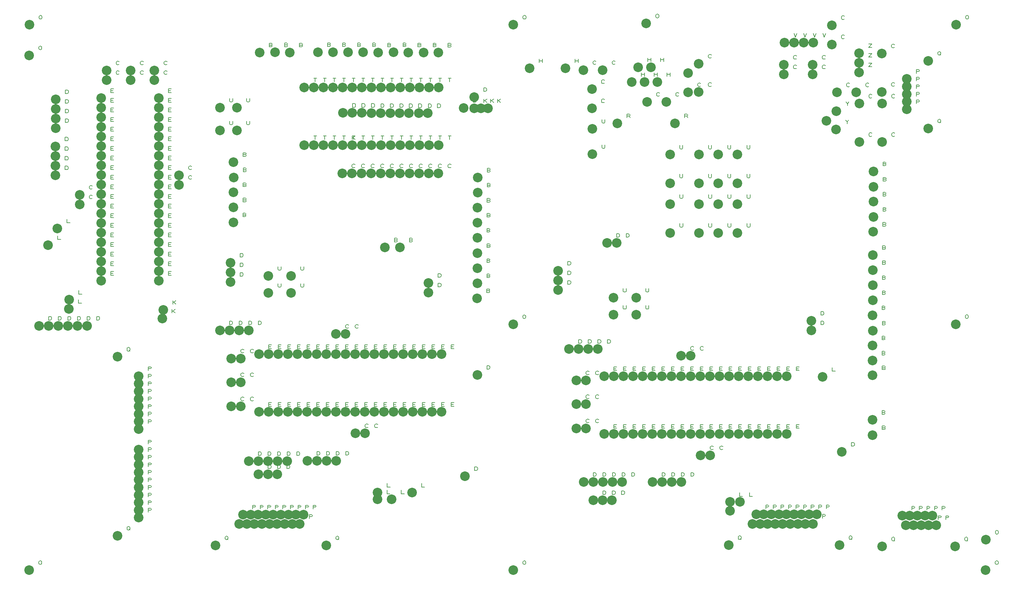
<source format=gbr>
G04 EasyPC Gerber Version 21.0.3 Build 4286 *
G04 #@! TF.Part,Single*
G04 #@! TF.FileFunction,Drillmap *
G04 #@! TF.FilePolarity,Positive *
%FSLAX35Y35*%
%MOIN*%
%ADD84C,0.00500*%
G04 #@! TA.AperFunction,WasherPad*
%ADD122C,0.10000*%
X0Y0D02*
D02*
D84*
X28656Y25744D02*
Y26994D01*
X28968Y27620*
X29281Y27932*
X29906Y28244*
X30531*
X31156Y27932*
X31468Y27620*
X31781Y26994*
Y25744*
X31468Y25120*
X31156Y24807*
X30531Y24494*
X29906*
X29281Y24807*
X28968Y25120*
X28656Y25744*
Y561178D02*
Y562428D01*
X28968Y563053*
X29281Y563365*
X29906Y563678*
X30531*
X31156Y563365*
X31468Y563053*
X31781Y562428*
Y561178*
X31468Y560553*
X31156Y560240*
X30531Y559928*
X29906*
X29281Y560240*
X28968Y560553*
X28656Y561178*
X28951Y593067D02*
Y594317D01*
X29263Y594943*
X29576Y595255*
X30201Y595567*
X30826*
X31451Y595255*
X31763Y594943*
X32076Y594317*
Y593067*
X31763Y592443*
X31451Y592130*
X30826Y591817*
X30201*
X29576Y592130*
X29263Y592443*
X28951Y593067*
X38872Y278707D02*
Y282457D01*
X40747*
X41372Y282145*
X41685Y281832*
X41997Y281207*
Y279957*
X41685Y279332*
X41372Y279020*
X40747Y278707*
X38872*
X48439Y366433D02*
Y362683D01*
X51564*
X48872Y278707D02*
Y282457D01*
X50747*
X51372Y282145*
X51685Y281832*
X51997Y281207*
Y279957*
X51685Y279332*
X51372Y279020*
X50747Y278707*
X48872*
X56018Y435144D02*
Y438894D01*
X57893*
X58518Y438582*
X58830Y438269*
X59143Y437644*
Y436394*
X58830Y435769*
X58518Y435457*
X57893Y435144*
X56018*
Y445144D02*
Y448894D01*
X57893*
X58518Y448582*
X58830Y448269*
X59143Y447644*
Y446394*
X58830Y445769*
X58518Y445457*
X57893Y445144*
X56018*
Y455144D02*
Y458894D01*
X57893*
X58518Y458582*
X58830Y458269*
X59143Y457644*
Y456394*
X58830Y455769*
X58518Y455457*
X57893Y455144*
X56018*
Y465144D02*
Y468894D01*
X57893*
X58518Y468582*
X58830Y468269*
X59143Y467644*
Y466394*
X58830Y465769*
X58518Y465457*
X57893Y465144*
X56018*
X56411Y484337D02*
Y488087D01*
X58287*
X58911Y487775*
X59224Y487462*
X59537Y486837*
Y485587*
X59224Y484962*
X58911Y484650*
X58287Y484337*
X56411*
Y494337D02*
Y498087D01*
X58287*
X58911Y497775*
X59224Y497462*
X59537Y496837*
Y495587*
X59224Y494962*
X58911Y494650*
X58287Y494337*
X56411*
Y504337D02*
Y508087D01*
X58287*
X58911Y507775*
X59224Y507462*
X59537Y506837*
Y505587*
X59224Y504962*
X58911Y504650*
X58287Y504337*
X56411*
Y514337D02*
Y518087D01*
X58287*
X58911Y517775*
X59224Y517462*
X59537Y516837*
Y515587*
X59224Y514962*
X58911Y514650*
X58287Y514337*
X56411*
X58085Y383559D02*
Y379809D01*
X61210*
X58872Y278707D02*
Y282457D01*
X60747*
X61372Y282145*
X61685Y281832*
X61997Y281207*
Y279957*
X61685Y279332*
X61372Y279020*
X60747Y278707*
X58872*
X68872D02*
Y282457D01*
X70747*
X71372Y282145*
X71685Y281832*
X71997Y281207*
Y279957*
X71685Y279332*
X71372Y279020*
X70747Y278707*
X68872*
X70093Y299898D02*
Y296148D01*
X73218*
X70388Y309544D02*
Y305794D01*
X73513*
X78872Y278707D02*
Y282457D01*
X80747*
X81372Y282145*
X81685Y281832*
X81997Y281207*
Y279957*
X81685Y279332*
X81372Y279020*
X80747Y278707*
X78872*
X84340Y405533D02*
X84027Y405220D01*
X83402Y404908*
X82465*
X81840Y405220*
X81527Y405533*
X81215Y406158*
Y407408*
X81527Y408033*
X81840Y408346*
X82465Y408658*
X83402*
X84027Y408346*
X84340Y408033*
Y415533D02*
X84027Y415220D01*
X83402Y414908*
X82465*
X81840Y415220*
X81527Y415533*
X81215Y416158*
Y417408*
X81527Y418033*
X81840Y418346*
X82465Y418658*
X83402*
X84027Y418346*
X84340Y418033*
X88872Y278707D02*
Y282457D01*
X90747*
X91372Y282145*
X91685Y281832*
X91997Y281207*
Y279957*
X91685Y279332*
X91372Y279020*
X90747Y278707*
X88872*
X103478Y325459D02*
Y329209D01*
X106604*
X105978Y327334D02*
X103478D01*
Y325459D02*
X106604D01*
X103478Y335459D02*
Y339209D01*
X106604*
X105978Y337334D02*
X103478D01*
Y335459D02*
X106604D01*
X103478Y345459D02*
Y349209D01*
X106604*
X105978Y347334D02*
X103478D01*
Y345459D02*
X106604D01*
X103478Y355459D02*
Y359209D01*
X106604*
X105978Y357334D02*
X103478D01*
Y355459D02*
X106604D01*
X103478Y365459D02*
Y369209D01*
X106604*
X105978Y367334D02*
X103478D01*
Y365459D02*
X106604D01*
X103478Y375459D02*
Y379209D01*
X106604*
X105978Y377334D02*
X103478D01*
Y375459D02*
X106604D01*
X103478Y385459D02*
Y389209D01*
X106604*
X105978Y387334D02*
X103478D01*
Y385459D02*
X106604D01*
X103478Y395459D02*
Y399209D01*
X106604*
X105978Y397334D02*
X103478D01*
Y395459D02*
X106604D01*
X103478Y409209D02*
Y405459D01*
X106604*
X103478D02*
Y409209D01*
X106604*
X105978Y407334D02*
X103478D01*
Y405459D02*
X106604D01*
X103478Y415459D02*
Y419209D01*
X106604*
X105978Y417334D02*
X103478D01*
Y415459D02*
X106604D01*
X103478Y425459D02*
Y429209D01*
X106604*
X105978Y427334D02*
X103478D01*
Y425459D02*
X106604D01*
X103478Y435459D02*
Y439209D01*
X106604*
X105978Y437334D02*
X103478D01*
Y435459D02*
X106604D01*
X103478Y445459D02*
Y449209D01*
X106604*
X105978Y447334D02*
X103478D01*
Y445459D02*
X106604D01*
X103478Y455459D02*
Y459209D01*
X106604*
X105978Y457334D02*
X103478D01*
Y455459D02*
X106604D01*
X103478Y465459D02*
Y469209D01*
X106604*
X105978Y467334D02*
X103478D01*
Y465459D02*
X106604D01*
X103478Y475459D02*
Y479209D01*
X106604*
X105978Y477334D02*
X103478D01*
Y475459D02*
X106604D01*
X103478Y485459D02*
Y489209D01*
X106604*
X105978Y487334D02*
X103478D01*
Y485459D02*
X106604D01*
X103478Y495459D02*
Y499209D01*
X106604*
X105978Y497334D02*
X103478D01*
Y495459D02*
X106604D01*
X103478Y505459D02*
Y509209D01*
X106604*
X105978Y507334D02*
X103478D01*
Y505459D02*
X106604D01*
X103478Y515459D02*
Y519209D01*
X106604*
X105978Y517334D02*
X103478D01*
Y515459D02*
X106604D01*
X112293Y534864D02*
X111980Y534551D01*
X111355Y534239*
X110417*
X109793Y534551*
X109480Y534864*
X109167Y535489*
Y536739*
X109480Y537364*
X109793Y537676*
X110417Y537989*
X111355*
X111980Y537676*
X112293Y537364*
Y544864D02*
X111980Y544551D01*
X111355Y544239*
X110417*
X109793Y544551*
X109480Y544864*
X109167Y545489*
Y546739*
X109480Y547364*
X109793Y547676*
X110417Y547989*
X111355*
X111980Y547676*
X112293Y547364*
X120467Y61453D02*
Y62703D01*
X120779Y63328*
X121092Y63641*
X121717Y63953*
X122342*
X122967Y63641*
X123279Y63328*
X123592Y62703*
Y61453*
X123279Y60828*
X122967Y60516*
X122342Y60203*
X121717*
X121092Y60516*
X120779Y60828*
X120467Y61453*
X122654Y61141D02*
X123592Y60203D01*
X120467Y247674D02*
Y248924D01*
X120779Y249549*
X121092Y249861*
X121717Y250174*
X122342*
X122967Y249861*
X123279Y249549*
X123592Y248924*
Y247674*
X123279Y247049*
X122967Y246736*
X122342Y246424*
X121717*
X121092Y246736*
X120779Y247049*
X120467Y247674*
X122654Y247361D02*
X123592Y246424D01*
X137489Y534864D02*
X137177Y534551D01*
X136552Y534239*
X135614*
X134989Y534551*
X134677Y534864*
X134364Y535489*
Y536739*
X134677Y537364*
X134989Y537676*
X135614Y537989*
X136552*
X137177Y537676*
X137489Y537364*
Y544864D02*
X137177Y544551D01*
X136552Y544239*
X135614*
X134989Y544551*
X134677Y544864*
X134364Y545489*
Y546739*
X134677Y547364*
X134989Y547676*
X135614Y547989*
X136552*
X137177Y547676*
X137489Y547364*
X142711Y79101D02*
Y82851D01*
X144898*
X145523Y82539*
X145836Y81913*
X145523Y81289*
X144898Y80976*
X142711*
Y86975D02*
Y90725D01*
X144898*
X145523Y90413*
X145836Y89787*
X145523Y89163*
X144898Y88850*
X142711*
Y94849D02*
Y98599D01*
X144898*
X145523Y98287*
X145836Y97661*
X145523Y97037*
X144898Y96724*
X142711*
Y102723D02*
Y106473D01*
X144898*
X145523Y106161*
X145836Y105535*
X145523Y104911*
X144898Y104598*
X142711*
Y110597D02*
Y114347D01*
X144898*
X145523Y114035*
X145836Y113409*
X145523Y112785*
X144898Y112472*
X142711*
Y118471D02*
Y122221D01*
X144898*
X145523Y121909*
X145836Y121283*
X145523Y120659*
X144898Y120346*
X142711*
Y126345D02*
Y130095D01*
X144898*
X145523Y129783*
X145836Y129157*
X145523Y128533*
X144898Y128220*
X142711*
Y134219D02*
Y137969D01*
X144898*
X145523Y137657*
X145836Y137031*
X145523Y136407*
X144898Y136094*
X142711*
Y142093D02*
Y145843D01*
X144898*
X145523Y145531*
X145836Y144906*
X145523Y144281*
X144898Y143968*
X142711*
Y149967D02*
Y153717D01*
X144898*
X145523Y153405*
X145836Y152780*
X145523Y152155*
X144898Y151842*
X142711*
Y171227D02*
Y174977D01*
X144898*
X145523Y174665*
X145836Y174039*
X145523Y173415*
X144898Y173102*
X142711*
Y179101D02*
Y182851D01*
X144898*
X145523Y182539*
X145836Y181913*
X145523Y181289*
X144898Y180976*
X142711*
Y186975D02*
Y190725D01*
X144898*
X145523Y190413*
X145836Y189787*
X145523Y189163*
X144898Y188850*
X142711*
Y194849D02*
Y198599D01*
X144898*
X145523Y198287*
X145836Y197661*
X145523Y197037*
X144898Y196724*
X142711*
Y202723D02*
Y206473D01*
X144898*
X145523Y206161*
X145836Y205535*
X145523Y204911*
X144898Y204598*
X142711*
Y210597D02*
Y214347D01*
X144898*
X145523Y214035*
X145836Y213409*
X145523Y212785*
X144898Y212472*
X142711*
Y218471D02*
Y222221D01*
X144898*
X145523Y221909*
X145836Y221283*
X145523Y220659*
X144898Y220346*
X142711*
Y226345D02*
Y230095D01*
X144898*
X145523Y229783*
X145836Y229157*
X145523Y228533*
X144898Y228220*
X142711*
X162194Y534864D02*
X161881Y534551D01*
X161256Y534239*
X160319*
X159694Y534551*
X159381Y534864*
X159069Y535489*
Y536739*
X159381Y537364*
X159694Y537676*
X160319Y537989*
X161256*
X161881Y537676*
X162194Y537364*
Y544864D02*
X161881Y544551D01*
X161256Y544239*
X160319*
X159694Y544551*
X159381Y544864*
X159069Y545489*
Y546739*
X159381Y547364*
X159694Y547676*
X160319Y547989*
X161256*
X161881Y547676*
X162194Y547364*
X163478Y325459D02*
Y329209D01*
X166604*
X165978Y327334D02*
X163478D01*
Y325459D02*
X166604D01*
X163478Y335459D02*
Y339209D01*
X166604*
X165978Y337334D02*
X163478D01*
Y335459D02*
X166604D01*
X163478Y345459D02*
Y349209D01*
X166604*
X165978Y347334D02*
X163478D01*
Y345459D02*
X166604D01*
X163478Y355459D02*
Y359209D01*
X166604*
X165978Y357334D02*
X163478D01*
Y355459D02*
X166604D01*
X163478Y365459D02*
Y369209D01*
X166604*
X165978Y367334D02*
X163478D01*
Y365459D02*
X166604D01*
X163478Y375459D02*
Y379209D01*
X166604*
X165978Y377334D02*
X163478D01*
Y375459D02*
X166604D01*
X163478Y385459D02*
Y389209D01*
X166604*
X165978Y387334D02*
X163478D01*
Y385459D02*
X166604D01*
X163478Y395459D02*
Y399209D01*
X166604*
X165978Y397334D02*
X163478D01*
Y395459D02*
X166604D01*
X163478Y405459D02*
Y409209D01*
X166604*
X165978Y407334D02*
X163478D01*
Y405459D02*
X166604D01*
X163478Y415459D02*
Y419209D01*
X166604*
X165978Y417334D02*
X163478D01*
Y415459D02*
X166604D01*
X163478Y429209D02*
Y425459D01*
X166604*
X163478D02*
Y429209D01*
X166604*
X165978Y427334D02*
X163478D01*
Y425459D02*
X166604D01*
X163478Y435459D02*
Y439209D01*
X166604*
X165978Y437334D02*
X163478D01*
Y435459D02*
X166604D01*
X163478Y445459D02*
Y449209D01*
X166604*
X165978Y447334D02*
X163478D01*
Y445459D02*
X166604D01*
X163478Y455459D02*
Y459209D01*
X166604*
X165978Y457334D02*
X163478D01*
Y455459D02*
X166604D01*
X163478Y465459D02*
Y469209D01*
X166604*
X165978Y467334D02*
X163478D01*
Y465459D02*
X166604D01*
X163478Y475459D02*
Y479209D01*
X166604*
X165978Y477334D02*
X163478D01*
Y475459D02*
X166604D01*
X163478Y485459D02*
Y489209D01*
X166604*
X165978Y487334D02*
X163478D01*
Y485459D02*
X166604D01*
X163478Y495459D02*
Y499209D01*
X166604*
X165978Y497334D02*
X163478D01*
Y495459D02*
X166604D01*
X163478Y505459D02*
Y509209D01*
X166604*
X165978Y507334D02*
X163478D01*
Y505459D02*
X166604D01*
X163478Y515459D02*
Y519209D01*
X166604*
X165978Y517334D02*
X163478D01*
Y515459D02*
X166604D01*
X167435Y286207D02*
Y289957D01*
Y288082D02*
X168372D01*
X170560Y289957*
X168372Y288082D02*
X170560Y286207D01*
X168222Y295361D02*
Y299111D01*
Y297236D02*
X169160D01*
X171348Y299111*
X169160Y297236D02*
X171348Y295361D01*
X187785Y425907D02*
X187472Y425594D01*
X186847Y425282*
X185909*
X185285Y425594*
X184972Y425907*
X184659Y426532*
Y427782*
X184972Y428407*
X185285Y428720*
X185909Y429032*
X186847*
X187472Y428720*
X187785Y428407*
Y435907D02*
X187472Y435594D01*
X186847Y435282*
X185909*
X185285Y435594*
X184972Y435907*
X184659Y436532*
Y437782*
X184972Y438407*
X185285Y438720*
X185909Y439032*
X186847*
X187472Y438720*
X187785Y438407*
X222553Y51433D02*
Y52683D01*
X222866Y53309*
X223178Y53621*
X223803Y53933*
X224428*
X225053Y53621*
X225366Y53309*
X225678Y52683*
Y51433*
X225366Y50809*
X225053Y50496*
X224428Y50183*
X223803*
X223178Y50496*
X222866Y50809*
X222553Y51433*
X224741Y51121D02*
X225678Y50183D01*
X227179Y273904D02*
Y277654D01*
X229054*
X229679Y277342*
X229992Y277029*
X230304Y276404*
Y275154*
X229992Y274529*
X229679Y274217*
X229054Y273904*
X227179*
X227376Y485725D02*
Y482913D01*
X227689Y482287*
X228313Y481975*
X229563*
X230189Y482287*
X230501Y482913*
Y485725*
X227376Y509347D02*
Y506535D01*
X227689Y505909*
X228313Y505597*
X229563*
X230189Y505909*
X230501Y506535*
Y509347*
X237179Y273904D02*
Y277654D01*
X239054*
X239679Y277342*
X239992Y277029*
X240304Y276404*
Y275154*
X239992Y274529*
X239679Y274217*
X239054Y273904*
X237179*
X238301Y324376D02*
Y328126D01*
X240176*
X240801Y327814*
X241114Y327502*
X241426Y326876*
Y325626*
X241114Y325002*
X240801Y324689*
X240176Y324376*
X238301*
Y334376D02*
Y338126D01*
X240176*
X240801Y337814*
X241114Y337502*
X241426Y336876*
Y335626*
X241114Y335002*
X240801Y334689*
X240176Y334376*
X238301*
Y344376D02*
Y348126D01*
X240176*
X240801Y347814*
X241114Y347502*
X241426Y346876*
Y345626*
X241114Y345002*
X240801Y344689*
X240176Y344376*
X238301*
X242253Y195395D02*
X241941Y195083D01*
X241315Y194770*
X240378*
X239753Y195083*
X239441Y195395*
X239128Y196020*
Y197270*
X239441Y197895*
X239753Y198208*
X240378Y198520*
X241315*
X241941Y198208*
X242253Y197895*
Y220592D02*
X241941Y220280D01*
X241315Y219967*
X240378*
X239753Y220280*
X239441Y220592*
X239128Y221217*
Y222467*
X239441Y223092*
X239753Y223405*
X240378Y223717*
X241315*
X241941Y223405*
X242253Y223092*
Y245297D02*
X241941Y244984D01*
X241315Y244672*
X240378*
X239753Y244984*
X239441Y245297*
X239128Y245922*
Y247172*
X239441Y247797*
X239753Y248109*
X240378Y248422*
X241315*
X241941Y248109*
X242253Y247797*
X243343Y388082D02*
X243968Y387770D01*
X244281Y387145*
X243968Y386520*
X243343Y386207*
X241156*
Y389957*
X243343*
X243968Y389645*
X244281Y389020*
X243968Y388395*
X243343Y388082*
X241156*
X243540Y403633D02*
X244165Y403321D01*
X244478Y402696*
X244165Y402071*
X243540Y401758*
X241352*
Y405508*
X243540*
X244165Y405196*
X244478Y404571*
X244165Y403946*
X243540Y403633*
X241352*
X243540Y419381D02*
X244165Y419069D01*
X244478Y418444*
X244165Y417819*
X243540Y417506*
X241352*
Y421256*
X243540*
X244165Y420944*
X244478Y420319*
X244165Y419694*
X243540Y419381*
X241352*
X243540Y450878D02*
X244165Y450565D01*
X244478Y449940*
X244165Y449315*
X243540Y449002*
X241352*
Y452752*
X243540*
X244165Y452440*
X244478Y451815*
X244165Y451190*
X243540Y450878*
X241352*
X243737Y434933D02*
X244362Y434620D01*
X244674Y433995*
X244362Y433370*
X243737Y433057*
X241549*
Y436807*
X243737*
X244362Y436495*
X244674Y435870*
X244362Y435245*
X243737Y434933*
X241549*
X245093Y485725D02*
Y482913D01*
X245405Y482287*
X246030Y481975*
X247280*
X247905Y482287*
X248218Y482913*
Y485725*
X245093Y509347D02*
Y506535D01*
X245405Y505909*
X246030Y505597*
X247280*
X247905Y505909*
X248218Y506535*
Y509347*
X247179Y273904D02*
Y277654D01*
X249054*
X249679Y277342*
X249992Y277029*
X250304Y276404*
Y275154*
X249992Y274529*
X249679Y274217*
X249054Y273904*
X247179*
X247356Y72428D02*
Y76178D01*
X249544*
X250169Y75865*
X250481Y75240*
X250169Y74615*
X249544Y74303*
X247356*
X252253Y195395D02*
X251941Y195083D01*
X251315Y194770*
X250378*
X249753Y195083*
X249441Y195395*
X249128Y196020*
Y197270*
X249441Y197895*
X249753Y198208*
X250378Y198520*
X251315*
X251941Y198208*
X252253Y197895*
Y220592D02*
X251941Y220280D01*
X251315Y219967*
X250378*
X249753Y220280*
X249441Y220592*
X249128Y221217*
Y222467*
X249441Y223092*
X249753Y223405*
X250378Y223717*
X251315*
X251941Y223405*
X252253Y223092*
Y245297D02*
X251941Y244984D01*
X251315Y244672*
X250378*
X249753Y244984*
X249441Y245297*
X249128Y245922*
Y247172*
X249441Y247797*
X249753Y248109*
X250378Y248422*
X251315*
X251941Y248109*
X252253Y247797*
X251293Y82270D02*
Y86020D01*
X253481*
X254106Y85708*
X254419Y85083*
X254106Y84458*
X253481Y84145*
X251293*
X255230Y72428D02*
Y76178D01*
X257418*
X258043Y75865*
X258356Y75240*
X258043Y74615*
X257418Y74303*
X255230*
X257179Y273904D02*
Y277654D01*
X259054*
X259679Y277342*
X259992Y277029*
X260304Y276404*
Y275154*
X259992Y274529*
X259679Y274217*
X259054Y273904*
X257179*
X257317Y137900D02*
Y141650D01*
X259192*
X259817Y141338*
X260130Y141025*
X260442Y140400*
Y139150*
X260130Y138525*
X259817Y138213*
X259192Y137900*
X257317*
X259167Y82270D02*
Y86020D01*
X261355*
X261980Y85708*
X262293Y85083*
X261980Y84458*
X261355Y84145*
X259167*
X263104Y72428D02*
Y76178D01*
X265292*
X265917Y75865*
X266230Y75240*
X265917Y74615*
X265292Y74303*
X263104*
X267041Y82270D02*
Y86020D01*
X269229*
X269854Y85708*
X270167Y85083*
X269854Y84458*
X269229Y84145*
X267041*
X267317Y137900D02*
Y141650D01*
X269192*
X269817Y141338*
X270130Y141025*
X270442Y140400*
Y139150*
X270130Y138525*
X269817Y138213*
X269192Y137900*
X267317*
X267435Y124298D02*
Y128048D01*
X269310*
X269935Y127735*
X270248Y127423*
X270560Y126798*
Y125548*
X270248Y124923*
X269935Y124610*
X269310Y124298*
X267435*
X267907Y189081D02*
Y192831D01*
X271033*
X270407Y190956D02*
X267907D01*
Y189081D02*
X271033D01*
X267907Y249081D02*
Y252831D01*
X271033*
X270407Y250956D02*
X267907D01*
Y249081D02*
X271033D01*
X270804Y564756D02*
X271429Y564443D01*
X271741Y563818*
X271429Y563193*
X270804Y562880*
X268616*
Y566630*
X270804*
X271429Y566318*
X271741Y565693*
X271429Y565068*
X270804Y564756*
X268616*
X270978Y72428D02*
Y76178D01*
X273166*
X273791Y75865*
X274104Y75240*
X273791Y74615*
X273166Y74303*
X270978*
X274915Y82270D02*
Y86020D01*
X277103*
X277728Y85708*
X278041Y85083*
X277728Y84458*
X277103Y84145*
X274915*
X277179Y124298D02*
Y128048D01*
X279054*
X279679Y127735*
X279992Y127423*
X280304Y126798*
Y125548*
X279992Y124923*
X279679Y124610*
X279054Y124298*
X277179*
X277317Y137900D02*
Y141650D01*
X279192*
X279817Y141338*
X280130Y141025*
X280442Y140400*
Y139150*
X280130Y138525*
X279817Y138213*
X279192Y137900*
X277317*
X277770Y316729D02*
Y313917D01*
X278082Y313291*
X278707Y312979*
X279957*
X280582Y313291*
X280895Y313917*
Y316729*
X277770Y334445D02*
Y331633D01*
X278082Y331008*
X278707Y330695*
X279957*
X280582Y331008*
X280895Y331633*
Y334445*
X277907Y189081D02*
Y192831D01*
X281033*
X280407Y190956D02*
X277907D01*
Y189081D02*
X281033D01*
X277907Y249081D02*
Y252831D01*
X281033*
X280407Y250956D02*
X277907D01*
Y249081D02*
X281033D01*
X278852Y72428D02*
Y76178D01*
X281040*
X281665Y75865*
X281978Y75240*
X281665Y74615*
X281040Y74303*
X278852*
X282789Y82270D02*
Y86020D01*
X284977*
X285602Y85708*
X285915Y85083*
X285602Y84458*
X284977Y84145*
X282789*
X286748Y564952D02*
X287374Y564640D01*
X287686Y564015*
X287374Y563390*
X286748Y563077*
X284561*
Y566827*
X286748*
X287374Y566515*
X287686Y565890*
X287374Y565265*
X286748Y564952*
X284561*
X286726Y72428D02*
Y76178D01*
X288914*
X289539Y75865*
X289852Y75240*
X289539Y74615*
X288914Y74303*
X286726*
X286923Y124298D02*
Y128048D01*
X288798*
X289423Y127735*
X289736Y127423*
X290048Y126798*
Y125548*
X289736Y124923*
X289423Y124610*
X288798Y124298*
X286923*
X287317Y137900D02*
Y141650D01*
X289192*
X289817Y141338*
X290130Y141025*
X290442Y140400*
Y139150*
X290130Y138525*
X289817Y138213*
X289192Y137900*
X287317*
X287907Y189081D02*
Y192831D01*
X291033*
X290407Y190956D02*
X287907D01*
Y189081D02*
X291033D01*
X287907Y249081D02*
Y252831D01*
X291033*
X290407Y250956D02*
X287907D01*
Y249081D02*
X291033D01*
X290663Y82270D02*
Y86020D01*
X292851*
X293476Y85708*
X293789Y85083*
X293476Y84458*
X292851Y84145*
X290663*
X294600Y72428D02*
Y76178D01*
X296788*
X297413Y75865*
X297726Y75240*
X297413Y74615*
X296788Y74303*
X294600*
X297317Y137900D02*
Y141650D01*
X299192*
X299817Y141338*
X300130Y141025*
X300442Y140400*
Y139150*
X300130Y138525*
X299817Y138213*
X299192Y137900*
X297317*
X297907Y189081D02*
Y192831D01*
X301033*
X300407Y190956D02*
X297907D01*
Y189081D02*
X301033D01*
X297907Y249081D02*
Y252831D01*
X301033*
X300407Y250956D02*
X297907D01*
Y249081D02*
X301033D01*
X298537Y82270D02*
Y86020D01*
X300725*
X301350Y85708*
X301663Y85083*
X301350Y84458*
X300725Y84145*
X298537*
X302300Y564756D02*
X302925Y564443D01*
X303237Y563818*
X302925Y563193*
X302300Y562880*
X300112*
Y566630*
X302300*
X302925Y566318*
X303237Y565693*
X302925Y565068*
X302300Y564756*
X300112*
X301392Y316729D02*
Y313917D01*
X301704Y313291*
X302329Y312979*
X303579*
X304204Y313291*
X304517Y313917*
Y316729*
X301392Y334445D02*
Y331633D01*
X301704Y331008*
X302329Y330695*
X303579*
X304204Y331008*
X304517Y331633*
Y334445*
X302474Y72428D02*
Y76178D01*
X304662*
X305287Y75865*
X305600Y75240*
X305287Y74615*
X304662Y74303*
X302474*
X306411Y82270D02*
Y86020D01*
X308599*
X309224Y85708*
X309537Y85083*
X309224Y84458*
X308599Y84145*
X306411*
X307907Y189081D02*
Y192831D01*
X311033*
X310407Y190956D02*
X307907D01*
Y189081D02*
X311033D01*
X307907Y249081D02*
Y252831D01*
X311033*
X310407Y250956D02*
X307907D01*
Y249081D02*
X311033D01*
X310348Y72428D02*
Y76178D01*
X312536*
X313161Y75865*
X313474Y75240*
X313161Y74615*
X312536Y74303*
X310348*
X314285Y82270D02*
Y86020D01*
X316473*
X317098Y85708*
X317411Y85083*
X317098Y84458*
X316473Y84145*
X314285*
X316419Y466542D02*
Y470292D01*
X314856D02*
X317981D01*
X316419Y526542D02*
Y530292D01*
X314856D02*
X317981D01*
X317907Y189081D02*
Y192831D01*
X321033*
X320407Y190956D02*
X317907D01*
Y189081D02*
X321033D01*
X317907Y249081D02*
Y252831D01*
X321033*
X320407Y250956D02*
X317907D01*
Y249081D02*
X321033D01*
X318222Y138176D02*
Y141926D01*
X320098*
X320722Y141613*
X321035Y141301*
X321348Y140676*
Y139426*
X321035Y138801*
X320722Y138488*
X320098Y138176*
X318222*
X326419Y466542D02*
Y470292D01*
X324856D02*
X327981D01*
X326419Y526542D02*
Y530292D01*
X324856D02*
X327981D01*
X327907Y189081D02*
Y192831D01*
X331033*
X330407Y190956D02*
X327907D01*
Y189081D02*
X331033D01*
X327907Y249081D02*
Y252831D01*
X331033*
X330407Y250956D02*
X327907D01*
Y249081D02*
X331033D01*
X328222Y138176D02*
Y141926D01*
X330098*
X330722Y141613*
X331035Y141301*
X331348Y140676*
Y139426*
X331035Y138801*
X330722Y138488*
X330098Y138176*
X328222*
X331493Y565248D02*
X332118Y564935D01*
X332430Y564310*
X332118Y563685*
X331493Y563372*
X329305*
Y567122*
X331493*
X332118Y566810*
X332430Y566185*
X332118Y565560*
X331493Y565248*
X329305*
X336419Y466542D02*
Y470292D01*
X334856D02*
X337981D01*
X336419Y526542D02*
Y530292D01*
X334856D02*
X337981D01*
X337907Y51433D02*
Y52683D01*
X338220Y53309*
X338533Y53621*
X339157Y53933*
X339783*
X340407Y53621*
X340720Y53309*
X341033Y52683*
Y51433*
X340720Y50809*
X340407Y50496*
X339783Y50183*
X339157*
X338533Y50496*
X338220Y50809*
X337907Y51433*
X340095Y51121D02*
X341033Y50183D01*
X337907Y189081D02*
Y192831D01*
X341033*
X340407Y190956D02*
X337907D01*
Y189081D02*
X341033D01*
X337907Y249081D02*
Y252831D01*
X341033*
X340407Y250956D02*
X337907D01*
Y249081D02*
X341033D01*
X338222Y138176D02*
Y141926D01*
X340098*
X340722Y141613*
X341035Y141301*
X341348Y140676*
Y139426*
X341035Y138801*
X340722Y138488*
X340098Y138176*
X338222*
X346419Y466542D02*
Y470292D01*
X344856D02*
X347981D01*
X346419Y526542D02*
Y530292D01*
X344856D02*
X347981D01*
X347044Y565248D02*
X347669Y564935D01*
X347981Y564310*
X347669Y563685*
X347044Y563372*
X344856*
Y567122*
X347044*
X347669Y566810*
X347981Y566185*
X347669Y565560*
X347044Y565248*
X344856*
X347907Y189081D02*
Y192831D01*
X351033*
X350407Y190956D02*
X347907D01*
Y189081D02*
X351033D01*
X347907Y249081D02*
Y252831D01*
X351033*
X350407Y250956D02*
X347907D01*
Y249081D02*
X351033D01*
X351210Y270887D02*
X350897Y270575D01*
X350272Y270262*
X349335*
X348710Y270575*
X348397Y270887*
X348085Y271512*
Y272762*
X348397Y273387*
X348710Y273700*
X349335Y274012*
X350272*
X350897Y273700*
X351210Y273387*
X348222Y138176D02*
Y141926D01*
X350098*
X350722Y141613*
X351035Y141301*
X351348Y140676*
Y139426*
X351035Y138801*
X350722Y138488*
X350098Y138176*
X348222*
X357863Y437777D02*
X357551Y437465D01*
X356926Y437152*
X355988*
X355363Y437465*
X355051Y437777*
X354738Y438402*
Y439652*
X355051Y440277*
X355363Y440590*
X355988Y440902*
X356926*
X357551Y440590*
X357863Y440277*
X354856Y466542D02*
Y470292D01*
Y468417D02*
X355794D01*
X357981Y470292*
X355794Y468417D02*
X357981Y466542D01*
X356419D02*
Y470292D01*
X354856D02*
X357981D01*
X356419Y526542D02*
Y530292D01*
X354856D02*
X357981D01*
X355329Y500085D02*
Y503835D01*
X357204*
X357829Y503523*
X358141Y503210*
X358454Y502585*
Y501335*
X358141Y500710*
X357829Y500398*
X357204Y500085*
X355329*
X357907Y189081D02*
Y192831D01*
X361033*
X360407Y190956D02*
X357907D01*
Y189081D02*
X361033D01*
X357907Y252831D02*
Y249081D01*
X361033*
X357907D02*
Y252831D01*
X361033*
X360407Y250956D02*
X357907D01*
Y249081D02*
X361033D01*
X361210Y270887D02*
X360897Y270575D01*
X360272Y270262*
X359335*
X358710Y270575*
X358397Y270887*
X358085Y271512*
Y272762*
X358397Y273387*
X358710Y273700*
X359335Y274012*
X360272*
X360897Y273700*
X361210Y273387*
X362792Y565051D02*
X363417Y564738D01*
X363730Y564113*
X363417Y563488*
X362792Y563176*
X360604*
Y566926*
X362792*
X363417Y566613*
X363730Y565988*
X363417Y565363*
X362792Y565051*
X360604*
X367863Y437777D02*
X367551Y437465D01*
X366926Y437152*
X365988*
X365363Y437465*
X365051Y437777*
X364738Y438402*
Y439652*
X365051Y440277*
X365363Y440590*
X365988Y440902*
X366926*
X367551Y440590*
X367863Y440277*
X366419Y466542D02*
Y470292D01*
X364856D02*
X367981D01*
X366419Y526542D02*
Y530292D01*
X364856D02*
X367981D01*
X365073Y500085D02*
Y503835D01*
X366948*
X367573Y503523*
X367885Y503210*
X368198Y502585*
Y501335*
X367885Y500710*
X367573Y500398*
X366948Y500085*
X365073*
X367907Y189081D02*
Y192831D01*
X371033*
X370407Y190956D02*
X367907D01*
Y189081D02*
X371033D01*
X367907Y249081D02*
Y252831D01*
X371033*
X370407Y250956D02*
X367907D01*
Y249081D02*
X371033D01*
X371584Y167443D02*
X371271Y167130D01*
X370646Y166817*
X369709*
X369084Y167130*
X368771Y167443*
X368459Y168067*
Y169317*
X368771Y169943*
X369084Y170255*
X369709Y170567*
X370646*
X371271Y170255*
X371584Y169943*
X377863Y437777D02*
X377551Y437465D01*
X376926Y437152*
X375988*
X375363Y437465*
X375051Y437777*
X374738Y438402*
Y439652*
X375051Y440277*
X375363Y440590*
X375988Y440902*
X376926*
X377551Y440590*
X377863Y440277*
X376419Y466542D02*
Y470292D01*
X374856D02*
X377981D01*
X376419Y526542D02*
Y530292D01*
X374856D02*
X377981D01*
X375112Y500085D02*
Y503835D01*
X376987*
X377612Y503523*
X377925Y503210*
X378237Y502585*
Y501335*
X377925Y500710*
X377612Y500398*
X376987Y500085*
X375112*
X378382Y565051D02*
X379007Y564738D01*
X379320Y564113*
X379007Y563488*
X378382Y563176*
X376195*
Y566926*
X378382*
X379007Y566613*
X379320Y565988*
X379007Y565363*
X378382Y565051*
X376195*
X377907Y192831D02*
Y189081D01*
X381033*
X377907D02*
Y192831D01*
X381033*
X380407Y190956D02*
X377907D01*
Y189081D02*
X381033D01*
X377907Y249081D02*
Y252831D01*
X381033*
X380407Y250956D02*
X377907D01*
Y249081D02*
X381033D01*
X381584Y167443D02*
X381271Y167130D01*
X380646Y166817*
X379709*
X379084Y167130*
X378771Y167443*
X378459Y168067*
Y169317*
X378771Y169943*
X379084Y170255*
X379709Y170567*
X380646*
X381271Y170255*
X381584Y169943*
X387863Y437777D02*
X387551Y437465D01*
X386926Y437152*
X385988*
X385363Y437465*
X385051Y437777*
X384738Y438402*
Y439652*
X385051Y440277*
X385363Y440590*
X385988Y440902*
X386926*
X387551Y440590*
X387863Y440277*
X386419Y466542D02*
Y470292D01*
X384856D02*
X387981D01*
X386419Y526542D02*
Y530292D01*
X384856D02*
X387981D01*
X384955Y499888D02*
Y503638D01*
X386830*
X387455Y503326*
X387767Y503013*
X388080Y502388*
Y501138*
X387767Y500513*
X387455Y500201*
X386830Y499888*
X384955*
X387907Y189081D02*
Y192831D01*
X391033*
X390407Y190956D02*
X387907D01*
Y189081D02*
X391033D01*
X387907Y249081D02*
Y252831D01*
X391033*
X390407Y250956D02*
X387907D01*
Y249081D02*
X391033D01*
X391156Y101867D02*
Y98117D01*
X394281*
X391352Y108855D02*
Y105105D01*
X394478*
X394091Y564854D02*
X394716Y564541D01*
X395029Y563917*
X394716Y563291*
X394091Y562979*
X391904*
Y566729*
X394091*
X394716Y566417*
X395029Y565791*
X394716Y565167*
X394091Y564854*
X391904*
X394699Y499888D02*
Y503638D01*
X396574*
X397199Y503326*
X397511Y503013*
X397824Y502388*
Y501138*
X397511Y500513*
X397199Y500201*
X396574Y499888*
X394699*
X397863Y437777D02*
X397551Y437465D01*
X396926Y437152*
X395988*
X395363Y437465*
X395051Y437777*
X394738Y438402*
Y439652*
X395051Y440277*
X395363Y440590*
X395988Y440902*
X396926*
X397551Y440590*
X397863Y440277*
X396419Y466542D02*
Y470292D01*
X394856D02*
X397981D01*
X396419Y526542D02*
Y530292D01*
X394856D02*
X397981D01*
X397907Y189081D02*
Y192831D01*
X401033*
X400407Y190956D02*
X397907D01*
Y189081D02*
X401033D01*
X397907Y249081D02*
Y252831D01*
X401033*
X400407Y250956D02*
X397907D01*
Y249081D02*
X401033D01*
X401119Y362000D02*
X401744Y361687D01*
X402056Y361062*
X401744Y360437*
X401119Y360124*
X398931*
Y363874*
X401119*
X401744Y363562*
X402056Y362937*
X401744Y362312*
X401119Y362000*
X398931*
X407863Y437777D02*
X407551Y437465D01*
X406926Y437152*
X405988*
X405363Y437465*
X405051Y437777*
X404738Y438402*
Y439652*
X405051Y440277*
X405363Y440590*
X405988Y440902*
X406926*
X407551Y440590*
X407863Y440277*
X404738Y499888D02*
Y503638D01*
X406613*
X407238Y503326*
X407551Y503013*
X407863Y502388*
Y501138*
X407551Y500513*
X407238Y500201*
X406613Y499888*
X404738*
X406419Y466542D02*
Y470292D01*
X404856D02*
X407981D01*
X406419Y526542D02*
Y530292D01*
X404856D02*
X407981D01*
X406116Y101867D02*
Y98117D01*
X409241*
X410036Y565051D02*
X410661Y564738D01*
X410974Y564113*
X410661Y563488*
X410036Y563176*
X407848*
Y566926*
X410036*
X410661Y566613*
X410974Y565988*
X410661Y565363*
X410036Y565051*
X407848*
X407907Y189081D02*
Y192831D01*
X411033*
X410407Y190956D02*
X407907D01*
Y189081D02*
X411033D01*
X407907Y249081D02*
Y252831D01*
X411033*
X410407Y250956D02*
X407907D01*
Y249081D02*
X411033D01*
X414384Y499790D02*
Y503540D01*
X416259*
X416884Y503228*
X417196Y502915*
X417509Y502290*
Y501040*
X417196Y500415*
X416884Y500102*
X416259Y499790*
X414384*
X416709Y362000D02*
X417334Y361687D01*
X417647Y361062*
X417334Y360437*
X416709Y360124*
X414522*
Y363874*
X416709*
X417334Y363562*
X417647Y362937*
X417334Y362312*
X416709Y362000*
X414522*
X417863Y437777D02*
X417551Y437465D01*
X416926Y437152*
X415988*
X415363Y437465*
X415051Y437777*
X414738Y438402*
Y439652*
X415051Y440277*
X415363Y440590*
X415988Y440902*
X416926*
X417551Y440590*
X417863Y440277*
X416419Y466542D02*
Y470292D01*
X414856D02*
X417981D01*
X416419Y526542D02*
Y530292D01*
X414856D02*
X417981D01*
X417907Y189081D02*
Y192831D01*
X421033*
X420407Y190956D02*
X417907D01*
Y189081D02*
X421033D01*
X417907Y249081D02*
Y252831D01*
X421033*
X420407Y250956D02*
X417907D01*
Y249081D02*
X421033D01*
X425587Y564854D02*
X426212Y564541D01*
X426525Y563917*
X426212Y563291*
X425587Y562979*
X423400*
Y566729*
X425587*
X426212Y566417*
X426525Y565791*
X426212Y565167*
X425587Y564854*
X423400*
X424128Y499790D02*
Y503540D01*
X426003*
X426628Y503228*
X426941Y502915*
X427253Y502290*
Y501040*
X426941Y500415*
X426628Y500102*
X426003Y499790*
X424128*
X427863Y437777D02*
X427551Y437465D01*
X426926Y437152*
X425988*
X425363Y437465*
X425051Y437777*
X424738Y438402*
Y439652*
X425051Y440277*
X425363Y440590*
X425988Y440902*
X426926*
X427551Y440590*
X427863Y440277*
X426419Y466542D02*
Y470292D01*
X424856D02*
X427981D01*
X426419Y526542D02*
Y530292D01*
X424856D02*
X427981D01*
X427278Y108855D02*
Y105105D01*
X430403*
X427907Y189081D02*
Y192831D01*
X431033*
X430407Y190956D02*
X427907D01*
Y189081D02*
X431033D01*
X427907Y249081D02*
Y252831D01*
X431033*
X430407Y250956D02*
X427907D01*
Y249081D02*
X431033D01*
X434167Y499790D02*
Y503540D01*
X436043*
X436667Y503228*
X436980Y502915*
X437293Y502290*
Y501040*
X436980Y500415*
X436667Y500102*
X436043Y499790*
X434167*
X437863Y437777D02*
X437551Y437465D01*
X436926Y437152*
X435988*
X435363Y437465*
X435051Y437777*
X434738Y438402*
Y439652*
X435051Y440277*
X435363Y440590*
X435988Y440902*
X436926*
X437551Y440590*
X437863Y440277*
X436419Y466542D02*
Y470292D01*
X434856D02*
X437981D01*
X436419Y526542D02*
Y530292D01*
X434856D02*
X437981D01*
X437907Y189081D02*
Y192831D01*
X441033*
X440407Y190956D02*
X437907D01*
Y189081D02*
X441033D01*
X437907Y249081D02*
Y252831D01*
X441033*
X440407Y250956D02*
X437907D01*
Y249081D02*
X441033D01*
X441335Y564854D02*
X441960Y564541D01*
X442273Y563917*
X441960Y563291*
X441335Y562979*
X439148*
Y566729*
X441335*
X441960Y566417*
X442273Y565791*
X441960Y565167*
X441335Y564854*
X439148*
X443715Y499790D02*
Y503540D01*
X445590*
X446215Y503228*
X446527Y502915*
X446840Y502290*
Y501040*
X446527Y500415*
X446215Y500102*
X445590Y499790*
X443715*
X444404Y313313D02*
Y317063D01*
X446279*
X446904Y316751*
X447216Y316439*
X447529Y315813*
Y314563*
X447216Y313939*
X446904Y313626*
X446279Y313313*
X444404*
Y323313D02*
Y327063D01*
X446279*
X446904Y326751*
X447216Y326439*
X447529Y325813*
Y324563*
X447216Y323939*
X446904Y323626*
X446279Y323313*
X444404*
X447863Y437777D02*
X447551Y437465D01*
X446926Y437152*
X445988*
X445363Y437465*
X445051Y437777*
X444738Y438402*
Y439652*
X445051Y440277*
X445363Y440590*
X445988Y440902*
X446926*
X447551Y440590*
X447863Y440277*
X446419Y466542D02*
Y470292D01*
X444856D02*
X447981D01*
X446419Y526542D02*
Y530292D01*
X444856D02*
X447981D01*
X447907Y189081D02*
Y192831D01*
X451033*
X450407Y190956D02*
X447907D01*
Y189081D02*
X451033D01*
X447907Y249081D02*
Y252831D01*
X451033*
X450407Y250956D02*
X447907D01*
Y249081D02*
X451033D01*
X456886Y564657D02*
X457511Y564344D01*
X457824Y563720*
X457511Y563094*
X456886Y562782*
X454699*
Y566532*
X456886*
X457511Y566220*
X457824Y565594*
X457511Y564970*
X456886Y564657*
X454699*
X457863Y437777D02*
X457551Y437465D01*
X456926Y437152*
X455988*
X455363Y437465*
X455051Y437777*
X454738Y438402*
Y439652*
X455051Y440277*
X455363Y440590*
X455988Y440902*
X456926*
X457551Y440590*
X457863Y440277*
X456419Y466542D02*
Y470292D01*
X454856D02*
X457981D01*
X456419Y526542D02*
Y530292D01*
X454856D02*
X457981D01*
X457907Y189081D02*
Y192831D01*
X461033*
X460407Y190956D02*
X457907D01*
Y189081D02*
X461033D01*
X457907Y249081D02*
Y252831D01*
X461033*
X460407Y250956D02*
X457907D01*
Y249081D02*
X461033D01*
X481018Y505302D02*
Y509052D01*
X482893*
X483518Y508739*
X483830Y508427*
X484143Y507802*
Y506552*
X483830Y505927*
X483518Y505614*
X482893Y505302*
X481018*
X482396Y122231D02*
Y125981D01*
X484271*
X484896Y125669*
X485208Y125356*
X485521Y124731*
Y123481*
X485208Y122856*
X484896Y122543*
X484271Y122231*
X482396*
X491844Y516522D02*
Y520272D01*
X493720*
X494344Y519960*
X494657Y519647*
X494970Y519022*
Y517772*
X494657Y517147*
X494344Y516835*
X493720Y516522*
X491844*
X492041Y505006D02*
Y508756D01*
Y506881D02*
X492979D01*
X495167Y508756*
X492979Y506881D02*
X495167Y505006D01*
X497181Y309244D02*
X497807Y308931D01*
X498119Y308306*
X497807Y307681*
X497181Y307369*
X494994*
Y311119*
X497181*
X497807Y310806*
X498119Y310181*
X497807Y309556*
X497181Y309244*
X494994*
X495191Y227644D02*
Y231394D01*
X497066*
X497691Y231082*
X498004Y230769*
X498316Y230144*
Y228894*
X498004Y228269*
X497691Y227957*
X497066Y227644*
X495191*
X497378Y324795D02*
X498004Y324482D01*
X498316Y323857*
X498004Y323232*
X497378Y322920*
X495191*
Y326670*
X497378*
X498004Y326357*
X498316Y325732*
X498004Y325107*
X497378Y324795*
X495191*
X497378Y340543D02*
X498004Y340230D01*
X498316Y339606*
X498004Y338980*
X497378Y338668*
X495191*
Y342418*
X497378*
X498004Y342106*
X498316Y341480*
X498004Y340856*
X497378Y340543*
X495191*
X497378Y372039D02*
X498004Y371726D01*
X498316Y371102*
X498004Y370476*
X497378Y370164*
X495191*
Y373914*
X497378*
X498004Y373602*
X498316Y372976*
X498004Y372352*
X497378Y372039*
X495191*
X497575Y356094D02*
X498200Y355781D01*
X498513Y355157*
X498200Y354531*
X497575Y354219*
X495388*
Y357969*
X497575*
X498200Y357657*
X498513Y357031*
X498200Y356407*
X497575Y356094*
X495388*
X497575Y387748D02*
X498200Y387435D01*
X498513Y386810*
X498200Y386185*
X497575Y385872*
X495388*
Y389622*
X497575*
X498200Y389310*
X498513Y388685*
X498200Y388060*
X497575Y387748*
X495388*
X497575Y403338D02*
X498200Y403026D01*
X498513Y402401*
X498200Y401776*
X497575Y401463*
X495388*
Y405213*
X497575*
X498200Y404901*
X498513Y404276*
X498200Y403651*
X497575Y403338*
X495388*
X497772Y419086D02*
X498397Y418774D01*
X498710Y418149*
X498397Y417524*
X497772Y417211*
X495585*
Y420961*
X497772*
X498397Y420649*
X498710Y420024*
X498397Y419399*
X497772Y419086*
X495585*
X497772Y434637D02*
X498397Y434325D01*
X498710Y433700*
X498397Y433075*
X497772Y432762*
X495585*
Y436512*
X497772*
X498397Y436200*
X498710Y435575*
X498397Y434950*
X497772Y434637*
X495585*
X499128Y505006D02*
Y508756D01*
Y506881D02*
X500065D01*
X502253Y508756*
X500065Y506881D02*
X502253Y505006D01*
X506215D02*
Y508756D01*
Y506881D02*
X507152D01*
X509340Y508756*
X507152Y506881D02*
X509340Y505006D01*
X532494Y281552D02*
Y282802D01*
X532807Y283427*
X533119Y283739*
X533744Y284052*
X534369*
X534994Y283739*
X535307Y283427*
X535619Y282802*
Y281552*
X535307Y280927*
X534994Y280614*
X534369Y280302*
X533744*
X533119Y280614*
X532807Y280927*
X532494Y281552*
X532593Y25744D02*
Y26994D01*
X532905Y27620*
X533218Y27932*
X533843Y28244*
X534468*
X535093Y27932*
X535405Y27620*
X535718Y26994*
Y25744*
X535405Y25120*
X535093Y24807*
X534468Y24494*
X533843*
X533218Y24807*
X532905Y25120*
X532593Y25744*
X532789Y593067D02*
Y594317D01*
X533102Y594943*
X533415Y595255*
X534039Y595567*
X534665*
X535289Y595255*
X535602Y594943*
X535915Y594317*
Y593067*
X535602Y592443*
X535289Y592130*
X534665Y591817*
X534039*
X533415Y592130*
X533102Y592443*
X532789Y593067*
X549719Y546496D02*
Y550246D01*
Y548371D02*
X552844D01*
Y546496D02*
Y550246D01*
X579344Y316010D02*
Y319760D01*
X581220*
X581844Y319448*
X582157Y319135*
X582470Y318510*
Y317260*
X582157Y316635*
X581844Y316323*
X581220Y316010*
X579344*
Y326010D02*
Y329760D01*
X581220*
X581844Y329448*
X582157Y329135*
X582470Y328510*
Y327260*
X582157Y326635*
X581844Y326323*
X581220Y326010*
X579344*
Y336010D02*
Y339760D01*
X581220*
X581844Y339448*
X582157Y339135*
X582470Y338510*
Y337260*
X582157Y336635*
X581844Y336323*
X581220Y336010*
X579344*
X587120Y546496D02*
Y550246D01*
Y548371D02*
X590245D01*
Y546496D02*
Y550246D01*
X590762Y254613D02*
Y258363D01*
X592637*
X593262Y258050*
X593574Y257738*
X593887Y257113*
Y255863*
X593574Y255238*
X593262Y254925*
X592637Y254613*
X590762*
X601505Y172561D02*
X601193Y172248D01*
X600567Y171935*
X599630*
X599005Y172248*
X598693Y172561*
X598380Y173185*
Y174435*
X598693Y175061*
X599005Y175373*
X599630Y175685*
X600567*
X601193Y175373*
X601505Y175061*
Y197757D02*
X601193Y197445D01*
X600567Y197132*
X599630*
X599005Y197445*
X598693Y197757*
X598380Y198382*
Y199632*
X598693Y200257*
X599005Y200570*
X599630Y200882*
X600567*
X601193Y200570*
X601505Y200257*
Y222462D02*
X601193Y222150D01*
X600567Y221837*
X599630*
X599005Y222150*
X598693Y222462*
X598380Y223087*
Y224337*
X598693Y224962*
X599005Y225275*
X599630Y225587*
X600567*
X601193Y225275*
X601505Y224962*
X600762Y254613D02*
Y258363D01*
X602637*
X603262Y258050*
X603574Y257738*
X603887Y257113*
Y255863*
X603574Y255238*
X603262Y254925*
X602637Y254613*
X600762*
X608690Y545198D02*
X608378Y544886D01*
X607752Y544573*
X606815*
X606190Y544886*
X605878Y545198*
X605565Y545823*
Y547073*
X605878Y547698*
X606190Y548011*
X606815Y548323*
X607752*
X608378Y548011*
X608690Y547698*
X605841Y116227D02*
Y119977D01*
X607716*
X608341Y119665*
X608653Y119352*
X608966Y118727*
Y117477*
X608653Y116852*
X608341Y116539*
X607716Y116227*
X605841*
X611505Y172561D02*
X611193Y172248D01*
X610567Y171935*
X609630*
X609005Y172248*
X608693Y172561*
X608380Y173185*
Y174435*
X608693Y175061*
X609005Y175373*
X609630Y175685*
X610567*
X611193Y175373*
X611505Y175061*
Y197757D02*
X611193Y197445D01*
X610567Y197132*
X609630*
X609005Y197445*
X608693Y197757*
X608380Y198382*
Y199632*
X608693Y200257*
X609005Y200570*
X609630Y200882*
X610567*
X611193Y200570*
X611505Y200257*
Y222462D02*
X611193Y222150D01*
X610567Y221837*
X609630*
X609005Y222150*
X608693Y222462*
X608380Y223087*
Y224337*
X608693Y224962*
X609005Y225275*
X609630Y225587*
X610567*
X611193Y225275*
X611505Y224962*
X610762Y254613D02*
Y258363D01*
X612637*
X613262Y258050*
X613574Y257738*
X613887Y257113*
Y255863*
X613574Y255238*
X613262Y254925*
X612637Y254613*
X610762*
X617607Y505435D02*
X617295Y505122D01*
X616670Y504809*
X615732*
X615107Y505122*
X614795Y505435*
X614482Y506059*
Y507309*
X614795Y507935*
X615107Y508247*
X615732Y508559*
X616670*
X617295Y508247*
X617607Y507935*
Y525435D02*
X617295Y525122D01*
X616670Y524809*
X615732*
X615107Y525122*
X614795Y525435*
X614482Y526059*
Y527309*
X614795Y527935*
X615107Y528247*
X615732Y528559*
X616670*
X617295Y528247*
X617607Y527935*
X614974Y461020D02*
Y458208D01*
X615287Y457583*
X615912Y457270*
X617162*
X617787Y457583*
X618100Y458208*
Y461020*
X614974Y487300D02*
Y484487D01*
X615287Y483862*
X615912Y483550*
X617162*
X617787Y483862*
X618100Y484487*
Y487300*
X615841Y116227D02*
Y119977D01*
X617716*
X618341Y119665*
X618653Y119352*
X618966Y118727*
Y117477*
X618653Y116852*
X618341Y116539*
X617716Y116227*
X615841*
X615959Y97329D02*
Y101079D01*
X617834*
X618459Y100767*
X618771Y100454*
X619084Y99829*
Y98579*
X618771Y97954*
X618459Y97642*
X617834Y97329*
X615959*
X620762Y254613D02*
Y258363D01*
X622637*
X623262Y258050*
X623574Y257738*
X623887Y257113*
Y255863*
X623574Y255238*
X623262Y254925*
X622637Y254613*
X620762*
X628690Y545198D02*
X628378Y544886D01*
X627752Y544573*
X626815*
X626190Y544886*
X625878Y545198*
X625565Y545823*
Y547073*
X625878Y547698*
X626190Y548011*
X626815Y548323*
X627752*
X628378Y548011*
X628690Y547698*
X625703Y97329D02*
Y101079D01*
X627578*
X628203Y100767*
X628515Y100454*
X628828Y99829*
Y98579*
X628515Y97954*
X628203Y97642*
X627578Y97329*
X625703*
X625841Y116227D02*
Y119977D01*
X627716*
X628341Y119665*
X628653Y119352*
X628966Y118727*
Y117477*
X628653Y116852*
X628341Y116539*
X627716Y116227*
X625841*
X627159Y166246D02*
Y169996D01*
X630285*
X629659Y168122D02*
X627159D01*
Y166246D02*
X630285D01*
X627159Y226246D02*
Y229996D01*
X630285*
X629659Y228122D02*
X627159D01*
Y226246D02*
X630285D01*
X630132Y364849D02*
Y368599D01*
X632007*
X632632Y368287*
X632944Y367974*
X633257Y367349*
Y366099*
X632944Y365474*
X632632Y365161*
X632007Y364849*
X630132*
X635447Y97329D02*
Y101079D01*
X637322*
X637947Y100767*
X638259Y100454*
X638572Y99829*
Y98579*
X638259Y97954*
X637947Y97642*
X637322Y97329*
X635447*
X635841Y116227D02*
Y119977D01*
X637716*
X638341Y119665*
X638653Y119352*
X638966Y118727*
Y117477*
X638653Y116852*
X638341Y116539*
X637716Y116227*
X635841*
X637022Y293894D02*
Y291082D01*
X637334Y290457*
X637959Y290144*
X639209*
X639834Y290457*
X640147Y291082*
Y293894*
X637022Y311611D02*
Y308798D01*
X637334Y308173*
X637959Y307861*
X639209*
X639834Y308173*
X640147Y308798*
Y311611*
X637159Y166246D02*
Y169996D01*
X640285*
X639659Y168122D02*
X637159D01*
Y166246D02*
X640285D01*
X637159Y226246D02*
Y229996D01*
X640285*
X639659Y228122D02*
X637159D01*
Y226246D02*
X640285D01*
X640132Y364849D02*
Y368599D01*
X642007*
X642632Y368287*
X642944Y367974*
X643257Y367349*
Y366099*
X642944Y365474*
X642632Y365161*
X642007Y364849*
X640132*
X641077Y489160D02*
Y492910D01*
X643264*
X643889Y492598*
X644202Y491972*
X643889Y491348*
X643264Y491035*
X641077*
X643264D02*
X644202Y489160D01*
X645841Y116227D02*
Y119977D01*
X647716*
X648341Y119665*
X648653Y119352*
X648966Y118727*
Y117477*
X648653Y116852*
X648341Y116539*
X647716Y116227*
X645841*
X647159Y166246D02*
Y169996D01*
X650285*
X649659Y168122D02*
X647159D01*
Y166246D02*
X650285D01*
X647159Y226246D02*
Y229996D01*
X650285*
X649659Y228122D02*
X647159D01*
Y226246D02*
X650285D01*
X656018Y532322D02*
Y536072D01*
Y534198D02*
X659143D01*
Y532322D02*
Y536072D01*
X657159Y166246D02*
Y169996D01*
X660285*
X659659Y168122D02*
X657159D01*
Y166246D02*
X660285D01*
X657159Y226246D02*
Y229996D01*
X660285*
X659659Y228122D02*
X657159D01*
Y226246D02*
X660285D01*
X660644Y293894D02*
Y291082D01*
X660956Y290457*
X661581Y290144*
X662831*
X663456Y290457*
X663769Y291082*
Y293894*
X660644Y311611D02*
Y308798D01*
X660956Y308173*
X661581Y307861*
X662831*
X663456Y308173*
X663769Y308798*
Y311611*
X662711Y547677D02*
Y551427D01*
Y549552D02*
X665836D01*
Y547677D02*
Y551427D01*
X667159Y166246D02*
Y169996D01*
X670285*
X669659Y168122D02*
X667159D01*
Y166246D02*
X670285D01*
X667159Y226246D02*
Y229996D01*
X670285*
X669659Y228122D02*
X667159D01*
Y226246D02*
X670285D01*
X669404Y532322D02*
Y536072D01*
Y534198D02*
X672529D01*
Y532322D02*
Y536072D01*
X671035Y594347D02*
Y595597D01*
X671347Y596222*
X671660Y596535*
X672285Y596847*
X672910*
X673535Y596535*
X673847Y596222*
X674160Y595597*
Y594347*
X673847Y593722*
X673535Y593409*
X672910Y593097*
X672285*
X671660Y593409*
X671347Y593722*
X671035Y594347*
X674930Y512226D02*
X674618Y511913D01*
X673993Y511601*
X673055*
X672430Y511913*
X672118Y512226*
X671805Y512851*
Y514101*
X672118Y514726*
X672430Y515039*
X673055Y515351*
X673993*
X674618Y515039*
X674930Y514726*
X676096Y547677D02*
Y551427D01*
Y549552D02*
X679222D01*
Y547677D02*
Y551427D01*
X677159Y166246D02*
Y169996D01*
X680285*
X679659Y168122D02*
X677159D01*
Y166246D02*
X680285D01*
X677159Y226246D02*
Y229996D01*
X680285*
X679659Y228122D02*
X677159D01*
Y226246D02*
X680285D01*
X677474Y116325D02*
Y120075D01*
X679350*
X679974Y119763*
X680287Y119450*
X680600Y118825*
Y117575*
X680287Y116950*
X679974Y116638*
X679350Y116325*
X677474*
X682789Y532322D02*
Y536072D01*
Y534198D02*
X685915D01*
Y532322D02*
Y536072D01*
X687159Y166246D02*
Y169996D01*
X690285*
X689659Y168122D02*
X687159D01*
Y166246D02*
X690285D01*
X687159Y226246D02*
Y229996D01*
X690285*
X689659Y228122D02*
X687159D01*
Y226246D02*
X690285D01*
X687474Y116325D02*
Y120075D01*
X689350*
X689974Y119763*
X690287Y119450*
X690600Y118825*
Y117575*
X690287Y116950*
X689974Y116638*
X689350Y116325*
X687474*
X694930Y512226D02*
X694618Y511913D01*
X693993Y511601*
X693055*
X692430Y511913*
X692118Y512226*
X691805Y512851*
Y514101*
X692118Y514726*
X692430Y515039*
X693055Y515351*
X693993*
X694618Y515039*
X694930Y514726*
X695959Y430528D02*
Y427716D01*
X696271Y427091*
X696896Y426778*
X698146*
X698771Y427091*
X699084Y427716*
Y430528*
X695959Y460528D02*
Y457716D01*
X696271Y457091*
X696896Y456778*
X698146*
X698771Y457091*
X699084Y457716*
Y460528*
X696057Y379150D02*
Y376338D01*
X696370Y375713*
X696994Y375400*
X698244*
X698870Y375713*
X699182Y376338*
Y379150*
X696057Y409150D02*
Y406338D01*
X696370Y405713*
X696994Y405400*
X698244*
X698870Y405713*
X699182Y406338*
Y409150*
X697159Y166246D02*
Y169996D01*
X700285*
X699659Y168122D02*
X697159D01*
Y166246D02*
X700285D01*
X697159Y226246D02*
Y229996D01*
X700285*
X699659Y228122D02*
X697159D01*
Y226246D02*
X700285D01*
X697474Y116325D02*
Y120075D01*
X699350*
X699974Y119763*
X700287Y119450*
X700600Y118825*
Y117575*
X700287Y116950*
X699974Y116638*
X699350Y116325*
X697474*
X701077Y489160D02*
Y492910D01*
X703264*
X703889Y492598*
X704202Y491972*
X703889Y491348*
X703264Y491035*
X701077*
X703264D02*
X704202Y489160D01*
X707159Y166246D02*
Y169996D01*
X710285*
X709659Y168122D02*
X707159D01*
Y166246D02*
X710285D01*
X707159Y226246D02*
Y229996D01*
X710285*
X709659Y228122D02*
X707159D01*
Y226246D02*
X710285D01*
X710462Y248053D02*
X710149Y247740D01*
X709524Y247428*
X708587*
X707962Y247740*
X707649Y248053*
X707337Y248678*
Y249928*
X707649Y250553*
X707962Y250865*
X708587Y251178*
X709524*
X710149Y250865*
X710462Y250553*
X707474Y116325D02*
Y120075D01*
X709350*
X709974Y119763*
X710287Y119450*
X710600Y118825*
Y117575*
X710287Y116950*
X709974Y116638*
X709350Y116325*
X707474*
X717686Y522246D02*
X717374Y521933D01*
X716748Y521620*
X715811*
X715186Y521933*
X714874Y522246*
X714561Y522870*
Y524120*
X714874Y524746*
X715186Y525058*
X715811Y525370*
X716748*
X717374Y525058*
X717686Y524746*
Y542246D02*
X717374Y541933D01*
X716748Y541620*
X715811*
X715186Y541933*
X714874Y542246*
X714561Y542870*
Y544120*
X714874Y544746*
X715186Y545058*
X715811Y545370*
X716748*
X717374Y545058*
X717686Y544746*
X717159Y166246D02*
Y169996D01*
X720285*
X719659Y168122D02*
X717159D01*
Y166246D02*
X720285D01*
X717159Y229996D02*
Y226246D01*
X720285*
X717159D02*
Y229996D01*
X720285*
X719659Y228122D02*
X717159D01*
Y226246D02*
X720285D01*
X720462Y248053D02*
X720149Y247740D01*
X719524Y247428*
X718587*
X717962Y247740*
X717649Y248053*
X717337Y248678*
Y249928*
X717649Y250553*
X717962Y250865*
X718587Y251178*
X719524*
X720149Y250865*
X720462Y250553*
X728828Y522364D02*
X728515Y522051D01*
X727890Y521739*
X726953*
X726328Y522051*
X726015Y522364*
X725703Y522989*
Y524239*
X726015Y524864*
X726328Y525176*
X726953Y525489*
X727890*
X728515Y525176*
X728828Y524864*
Y551891D02*
X728515Y551579D01*
X727890Y551266*
X726953*
X726328Y551579*
X726015Y551891*
X725703Y552516*
Y553766*
X726015Y554391*
X726328Y554704*
X726953Y555016*
X727890*
X728515Y554704*
X728828Y554391*
X725959Y430528D02*
Y427716D01*
X726271Y427091*
X726896Y426778*
X728146*
X728771Y427091*
X729084Y427716*
Y430528*
X725959Y460528D02*
Y457716D01*
X726271Y457091*
X726896Y456778*
X728146*
X728771Y457091*
X729084Y457716*
Y460528*
X726057Y379150D02*
Y376338D01*
X726370Y375713*
X726994Y375400*
X728244*
X728870Y375713*
X729182Y376338*
Y379150*
X726057Y409150D02*
Y406338D01*
X726370Y405713*
X726994Y405400*
X728244*
X728870Y405713*
X729182Y406338*
Y409150*
X727159Y166246D02*
Y169996D01*
X730285*
X729659Y168122D02*
X727159D01*
Y166246D02*
X730285D01*
X727159Y226246D02*
Y229996D01*
X730285*
X729659Y228122D02*
X727159D01*
Y226246D02*
X730285D01*
X730836Y144608D02*
X730523Y144295D01*
X729898Y143983*
X728961*
X728336Y144295*
X728023Y144608*
X727711Y145233*
Y146483*
X728023Y147108*
X728336Y147420*
X728961Y147733*
X729898*
X730523Y147420*
X730836Y147108*
X737159Y169996D02*
Y166246D01*
X740285*
X737159D02*
Y169996D01*
X740285*
X739659Y168122D02*
X737159D01*
Y166246D02*
X740285D01*
X737159Y226246D02*
Y229996D01*
X740285*
X739659Y228122D02*
X737159D01*
Y226246D02*
X740285D01*
X740836Y144608D02*
X740523Y144295D01*
X739898Y143983*
X738961*
X738336Y144295*
X738023Y144608*
X737711Y145233*
Y146483*
X738023Y147108*
X738336Y147420*
X738961Y147733*
X739898*
X740523Y147420*
X740836Y147108*
X745959Y430528D02*
Y427716D01*
X746271Y427091*
X746896Y426778*
X748146*
X748771Y427091*
X749084Y427716*
Y430528*
X745959Y460528D02*
Y457716D01*
X746271Y457091*
X746896Y456778*
X748146*
X748771Y457091*
X749084Y457716*
Y460528*
X746057Y379150D02*
Y376338D01*
X746370Y375713*
X746994Y375400*
X748244*
X748870Y375713*
X749182Y376338*
Y379150*
X746057Y409150D02*
Y406338D01*
X746370Y405713*
X746994Y405400*
X748244*
X748870Y405713*
X749182Y406338*
Y409150*
X747159Y166246D02*
Y169996D01*
X750285*
X749659Y168122D02*
X747159D01*
Y166246D02*
X750285D01*
X747159Y226246D02*
Y229996D01*
X750285*
X749659Y228122D02*
X747159D01*
Y226246D02*
X750285D01*
X756805Y51729D02*
Y52979D01*
X757118Y53604*
X757430Y53917*
X758055Y54229*
X758680*
X759305Y53917*
X759618Y53604*
X759930Y52979*
Y51729*
X759618Y51104*
X759305Y50791*
X758680Y50479*
X758055*
X757430Y50791*
X757118Y51104*
X756805Y51729*
X758993Y51417D02*
X759930Y50479D01*
X757159Y166246D02*
Y169996D01*
X760285*
X759659Y168122D02*
X757159D01*
Y166246D02*
X760285D01*
X757159Y226246D02*
Y229996D01*
X760285*
X759659Y228122D02*
X757159D01*
Y226246D02*
X760285D01*
X758183Y90056D02*
Y86306D01*
X761308*
X758183Y99209D02*
Y95459D01*
X761308*
X765959Y430528D02*
Y427716D01*
X766271Y427091*
X766896Y426778*
X768146*
X768771Y427091*
X769084Y427716*
Y430528*
X765959Y460528D02*
Y457716D01*
X766271Y457091*
X766896Y456778*
X768146*
X768771Y457091*
X769084Y457716*
Y460528*
X766057Y379150D02*
Y376338D01*
X766370Y375713*
X766994Y375400*
X768244*
X768870Y375713*
X769182Y376338*
Y379150*
X766057Y409150D02*
Y406338D01*
X766370Y405713*
X766994Y405400*
X768244*
X768870Y405713*
X769182Y406338*
Y409150*
X767159Y166246D02*
Y169996D01*
X770285*
X769659Y168122D02*
X767159D01*
Y166246D02*
X770285D01*
X767159Y226246D02*
Y229996D01*
X770285*
X769659Y228122D02*
X767159D01*
Y226246D02*
X770285D01*
X768518Y99209D02*
Y95459D01*
X771643*
X777159Y166246D02*
Y169996D01*
X780285*
X779659Y168122D02*
X777159D01*
Y166246D02*
X780285D01*
X777159Y226246D02*
Y229996D01*
X780285*
X779659Y228122D02*
X777159D01*
Y226246D02*
X780285D01*
X781608Y72723D02*
Y76473D01*
X783796*
X784421Y76161*
X784733Y75535*
X784421Y74911*
X783796Y74598*
X781608*
X785545Y82565D02*
Y86315D01*
X787733*
X788358Y86003*
X788670Y85378*
X788358Y84753*
X787733Y84441*
X785545*
X787159Y166246D02*
Y169996D01*
X790285*
X789659Y168122D02*
X787159D01*
Y166246D02*
X790285D01*
X787159Y226246D02*
Y229996D01*
X790285*
X789659Y228122D02*
X787159D01*
Y226246D02*
X790285D01*
X789482Y72723D02*
Y76473D01*
X791670*
X792295Y76161*
X792607Y75535*
X792295Y74911*
X791670Y74598*
X789482*
X793419Y82565D02*
Y86315D01*
X795607*
X796232Y86003*
X796544Y85378*
X796232Y84753*
X795607Y84441*
X793419*
X797159Y166246D02*
Y169996D01*
X800285*
X799659Y168122D02*
X797159D01*
Y166246D02*
X800285D01*
X797159Y226246D02*
Y229996D01*
X800285*
X799659Y228122D02*
X797159D01*
Y226246D02*
X800285D01*
X797356Y72723D02*
Y76473D01*
X799544*
X800169Y76161*
X800481Y75535*
X800169Y74911*
X799544Y74598*
X797356*
X801293Y82565D02*
Y86315D01*
X803481*
X804106Y86003*
X804419Y85378*
X804106Y84753*
X803481Y84441*
X801293*
X805230Y72723D02*
Y76473D01*
X807418*
X808043Y76161*
X808356Y75535*
X808043Y74911*
X807418Y74598*
X805230*
X807159Y166246D02*
Y169996D01*
X810285*
X809659Y168122D02*
X807159D01*
Y166246D02*
X810285D01*
X807159Y226246D02*
Y229996D01*
X810285*
X809659Y228122D02*
X807159D01*
Y226246D02*
X810285D01*
X809167Y82565D02*
Y86315D01*
X811355*
X811980Y86003*
X812293Y85378*
X811980Y84753*
X811355Y84441*
X809167*
X813104Y72723D02*
Y76473D01*
X815292*
X815917Y76161*
X816230Y75535*
X815917Y74911*
X815292Y74598*
X813104*
X817489Y540769D02*
X817177Y540457D01*
X816552Y540144*
X815614*
X814989Y540457*
X814677Y540769*
X814364Y541394*
Y542644*
X814677Y543269*
X814989Y543582*
X815614Y543894*
X816552*
X817177Y543582*
X817489Y543269*
Y550769D02*
X817177Y550457D01*
X816552Y550144*
X815614*
X814989Y550457*
X814677Y550769*
X814364Y551394*
Y552644*
X814677Y553269*
X814989Y553582*
X815614Y553894*
X816552*
X817177Y553582*
X817489Y553269*
X814837Y576847D02*
X816399Y573097D01*
X817962Y576847*
X817041Y82565D02*
Y86315D01*
X819229*
X819854Y86003*
X820167Y85378*
X819854Y84753*
X819229Y84441*
X817041*
X817159Y166246D02*
Y169996D01*
X820285*
X819659Y168122D02*
X817159D01*
Y166246D02*
X820285D01*
X817159Y226246D02*
Y229996D01*
X820285*
X819659Y228122D02*
X817159D01*
Y226246D02*
X820285D01*
X820978Y72723D02*
Y76473D01*
X823166*
X823791Y76161*
X824104Y75535*
X823791Y74911*
X823166Y74598*
X820978*
X824837Y576847D02*
X826399Y573097D01*
X827962Y576847*
X824915Y82565D02*
Y86315D01*
X827103*
X827728Y86003*
X828041Y85378*
X827728Y84753*
X827103Y84441*
X824915*
X828852Y72723D02*
Y76473D01*
X831040*
X831665Y76161*
X831978Y75535*
X831665Y74911*
X831040Y74598*
X828852*
X832789Y82565D02*
Y86315D01*
X834977*
X835602Y86003*
X835915Y85378*
X835602Y84753*
X834977Y84441*
X832789*
X834837Y576847D02*
X836399Y573097D01*
X837962Y576847*
X836726Y72723D02*
Y76473D01*
X838914*
X839539Y76161*
X839852Y75535*
X839539Y74911*
X838914Y74598*
X836726*
X840663Y82565D02*
Y86315D01*
X842851*
X843476Y86003*
X843789Y85378*
X843476Y84753*
X842851Y84441*
X840663*
X842927Y273845D02*
Y277595D01*
X844802*
X845427Y277283*
X845740Y276970*
X846052Y276345*
Y275095*
X845740Y274470*
X845427Y274157*
X844802Y273845*
X842927*
Y283845D02*
Y287595D01*
X844802*
X845427Y287283*
X845740Y286970*
X846052Y286345*
Y285095*
X845740Y284470*
X845427Y284157*
X844802Y283845*
X842927*
X847489Y540769D02*
X847177Y540457D01*
X846552Y540144*
X845614*
X844989Y540457*
X844677Y540769*
X844364Y541394*
Y542644*
X844677Y543269*
X844989Y543582*
X845614Y543894*
X846552*
X847177Y543582*
X847489Y543269*
Y550769D02*
X847177Y550457D01*
X846552Y550144*
X845614*
X844989Y550457*
X844677Y550769*
X844364Y551394*
Y552644*
X844677Y553269*
X844989Y553582*
X845614Y553894*
X846552*
X847177Y553582*
X847489Y553269*
X844600Y72723D02*
Y76473D01*
X846788*
X847413Y76161*
X847726Y75535*
X847413Y74911*
X846788Y74598*
X844600*
X844837Y576847D02*
X846399Y573097D01*
X847962Y576847*
X848537Y82565D02*
Y86315D01*
X850725*
X851350Y86003*
X851663Y85378*
X851350Y84753*
X850725Y84441*
X848537*
X854738Y229426D02*
Y225676D01*
X857863*
X860179Y492054D02*
Y493929D01*
X858616Y495804*
X860179Y493929D02*
X861741Y495804D01*
X867312Y572009D02*
X867000Y571697D01*
X866374Y571384*
X865437*
X864812Y571697*
X864500Y572009*
X864187Y572634*
Y573884*
X864500Y574509*
X864812Y574822*
X865437Y575134*
X866374*
X867000Y574822*
X867312Y574509*
Y592009D02*
X867000Y591697D01*
X866374Y591384*
X865437*
X864812Y591697*
X864500Y592009*
X864187Y592634*
Y593884*
X864500Y594509*
X864812Y594822*
X865437Y595134*
X866374*
X867000Y594822*
X867312Y594509*
X870179Y482959D02*
Y484834D01*
X868616Y486709*
X870179Y484834D02*
X871741Y486709D01*
X870474Y501857D02*
Y503732D01*
X868911Y505607*
X870474Y503732D02*
X872037Y505607D01*
X872765Y522069D02*
X872452Y521756D01*
X871827Y521443*
X870890*
X870265Y521756*
X869952Y522069*
X869640Y522693*
Y523943*
X869952Y524569*
X870265Y524881*
X870890Y525193*
X871827*
X872452Y524881*
X872765Y524569*
X872159Y51729D02*
Y52979D01*
X872472Y53604*
X872785Y53917*
X873409Y54229*
X874035*
X874659Y53917*
X874972Y53604*
X875285Y52979*
Y51729*
X874972Y51104*
X874659Y50791*
X874035Y50479*
X873409*
X872785Y50791*
X872472Y51104*
X872159Y51729*
X874347Y51417D02*
X875285Y50479D01*
X874719Y147526D02*
Y151276D01*
X876594*
X877219Y150964*
X877531Y150651*
X877844Y150026*
Y148776*
X877531Y148151*
X877219Y147839*
X876594Y147526*
X874719*
X892765Y522069D02*
X892452Y521756D01*
X891827Y521443*
X890890*
X890265Y521756*
X889952Y522069*
X889640Y522693*
Y523943*
X889952Y524569*
X890265Y524881*
X890890Y525193*
X891827*
X892452Y524881*
X892765Y524569*
X892730Y545941D02*
X895856D01*
X892730Y542191*
X895856*
X892730Y555941D02*
X895856D01*
X892730Y552191*
X895856*
X892730Y565941D02*
X895856D01*
X892730Y562191*
X895856*
X895954Y470376D02*
X895641Y470063D01*
X895016Y469750*
X894079*
X893454Y470063*
X893141Y470376*
X892829Y471000*
Y472250*
X893141Y472876*
X893454Y473188*
X894079Y473500*
X895016*
X895641Y473188*
X895954Y472876*
Y510376D02*
X895641Y510063D01*
X895016Y509750*
X894079*
X893454Y510063*
X893141Y510376*
X892829Y511000*
Y512250*
X893141Y512876*
X893454Y513188*
X894079Y513500*
X895016*
X895641Y513188*
X895954Y512876*
X908697Y182669D02*
X909322Y182356D01*
X909635Y181731*
X909322Y181106*
X908697Y180794*
X906510*
Y184544*
X908697*
X909322Y184231*
X909635Y183606*
X909322Y182981*
X908697Y182669*
X906510*
X908796Y244283D02*
X909421Y243970D01*
X909733Y243346*
X909421Y242720*
X908796Y242408*
X906608*
Y246158*
X908796*
X909421Y245846*
X909733Y245220*
X909421Y244596*
X908796Y244283*
X906608*
X908796Y260031D02*
X909421Y259719D01*
X909733Y259094*
X909421Y258469*
X908796Y258156*
X906608*
Y261906*
X908796*
X909421Y261594*
X909733Y260969*
X909421Y260344*
X908796Y260031*
X906608*
X908796Y291527D02*
X909421Y291215D01*
X909733Y290590*
X909421Y289965*
X908796Y289652*
X906608*
Y293402*
X908796*
X909421Y293090*
X909733Y292465*
X909421Y291840*
X908796Y291527*
X906608*
X908894Y166724D02*
X909519Y166411D01*
X909832Y165787*
X909519Y165161*
X908894Y164849*
X906707*
Y168599*
X908894*
X909519Y168287*
X909832Y167661*
X909519Y167037*
X908894Y166724*
X906707*
X908894Y229027D02*
X909519Y228715D01*
X909832Y228090*
X909519Y227465*
X908894Y227152*
X906707*
Y230902*
X908894*
X909519Y230590*
X909832Y229965*
X909519Y229340*
X908894Y229027*
X906707*
X908993Y275582D02*
X909618Y275270D01*
X909930Y274645*
X909618Y274020*
X908993Y273707*
X906805*
Y277457*
X908993*
X909618Y277145*
X909930Y276520*
X909618Y275895*
X908993Y275582*
X906805*
X908993Y307236D02*
X909618Y306923D01*
X909930Y306298*
X909618Y305673*
X908993Y305361*
X906805*
Y309111*
X908993*
X909618Y308798*
X909930Y308173*
X909618Y307548*
X908993Y307236*
X906805*
X908993Y322826D02*
X909618Y322514D01*
X909930Y321889*
X909618Y321264*
X908993Y320951*
X906805*
Y324701*
X908993*
X909618Y324389*
X909930Y323764*
X909618Y323139*
X908993Y322826*
X906805*
X909189Y338574D02*
X909815Y338262D01*
X910127Y337637*
X909815Y337012*
X909189Y336699*
X907002*
Y340449*
X909189*
X909815Y340137*
X910127Y339512*
X909815Y338887*
X909189Y338574*
X907002*
X909189Y354126D02*
X909815Y353813D01*
X910127Y353188*
X909815Y352563*
X909189Y352250*
X907002*
Y356000*
X909189*
X909815Y355688*
X910127Y355063*
X909815Y354438*
X909189Y354126*
X907002*
X909583Y378338D02*
X910208Y378026D01*
X910521Y377401*
X910208Y376776*
X909583Y376463*
X907396*
Y380213*
X909583*
X910208Y379901*
X910521Y379276*
X910208Y378651*
X909583Y378338*
X907396*
X909780Y393889D02*
X910405Y393577D01*
X910718Y392952*
X910405Y392327*
X909780Y392014*
X907593*
Y395764*
X909780*
X910405Y395452*
X910718Y394827*
X910405Y394202*
X909780Y393889*
X907593*
X909780Y409637D02*
X910405Y409325D01*
X910718Y408700*
X910405Y408075*
X909780Y407762*
X907593*
Y411512*
X909780*
X910405Y411200*
X910718Y410575*
X910405Y409950*
X909780Y409637*
X907593*
X909780Y441133D02*
X910405Y440821D01*
X910718Y440196*
X910405Y439571*
X909780Y439258*
X907593*
Y443008*
X909780*
X910405Y442696*
X910718Y442071*
X910405Y441446*
X909780Y441133*
X907593*
X909977Y425189D02*
X910602Y424876D01*
X910915Y424251*
X910602Y423626*
X909977Y423313*
X907789*
Y427063*
X909977*
X910602Y426751*
X910915Y426126*
X910602Y425501*
X909977Y425189*
X907789*
X919576Y522541D02*
X919263Y522228D01*
X918638Y521916*
X917701*
X917076Y522228*
X916763Y522541*
X916451Y523166*
Y524416*
X916763Y525041*
X917076Y525354*
X917701Y525666*
X918638*
X919263Y525354*
X919576Y525041*
Y562541D02*
X919263Y562228D01*
X918638Y561916*
X917701*
X917076Y562228*
X916763Y562541*
X916451Y563166*
Y564416*
X916763Y565041*
X917076Y565354*
X917701Y565666*
X918638*
X919263Y565354*
X919576Y565041*
X916648Y50351D02*
Y51601D01*
X916960Y52226*
X917273Y52539*
X917898Y52851*
X918523*
X919148Y52539*
X919460Y52226*
X919773Y51601*
Y50351*
X919460Y49726*
X919148Y49413*
X918523Y49101*
X917898*
X917273Y49413*
X916960Y49726*
X916648Y50351*
X918835Y50039D02*
X919773Y49101D01*
Y470376D02*
X919460Y470063D01*
X918835Y469750*
X917898*
X917273Y470063*
X916960Y470376*
X916648Y471000*
Y472250*
X916960Y472876*
X917273Y473188*
X917898Y473500*
X918835*
X919460Y473188*
X919773Y472876*
Y510376D02*
X919460Y510063D01*
X918835Y509750*
X917898*
X917273Y510063*
X916960Y510376*
X916648Y511000*
Y512250*
X916960Y512876*
X917273Y513188*
X917898Y513500*
X918835*
X919460Y513188*
X919773Y512876*
X937514Y81187D02*
Y84937D01*
X939701*
X940326Y84625*
X940639Y84000*
X940326Y83375*
X939701Y83063*
X937514*
X941451Y71345D02*
Y75095D01*
X943638*
X944263Y74783*
X944576Y74157*
X944263Y73533*
X943638Y73220*
X941451*
X942337Y503924D02*
Y507674D01*
X944524*
X945149Y507361*
X945462Y506736*
X945149Y506111*
X944524Y505799*
X942337*
Y511798D02*
Y515548D01*
X944524*
X945149Y515235*
X945462Y514610*
X945149Y513985*
X944524Y513673*
X942337*
Y519672D02*
Y523422D01*
X944524*
X945149Y523109*
X945462Y522484*
X945149Y521859*
X944524Y521547*
X942337*
Y527546D02*
Y531296D01*
X944524*
X945149Y530983*
X945462Y530358*
X945149Y529733*
X944524Y529421*
X942337*
Y535420D02*
Y539170D01*
X944524*
X945149Y538857*
X945462Y538232*
X945149Y537607*
X944524Y537295*
X942337*
X945388Y81187D02*
Y84937D01*
X947575*
X948200Y84625*
X948513Y84000*
X948200Y83375*
X947575Y83063*
X945388*
X949325Y71345D02*
Y75095D01*
X951512*
X952137Y74783*
X952450Y74157*
X952137Y73533*
X951512Y73220*
X949325*
X953262Y81187D02*
Y84937D01*
X955449*
X956074Y84625*
X956387Y84000*
X956074Y83375*
X955449Y83063*
X953262*
X957199Y71345D02*
Y75095D01*
X959386*
X960011Y74783*
X960324Y74157*
X960011Y73533*
X959386Y73220*
X957199*
X961136Y81187D02*
Y84937D01*
X963323*
X963948Y84625*
X964261Y84000*
X963948Y83375*
X963323Y83063*
X961136*
X964581Y485095D02*
Y486345D01*
X964893Y486970*
X965206Y487283*
X965831Y487595*
X966456*
X967081Y487283*
X967393Y486970*
X967706Y486345*
Y485095*
X967393Y484470*
X967081Y484157*
X966456Y483845*
X965831*
X965206Y484157*
X964893Y484470*
X964581Y485095*
X966768Y484783D02*
X967706Y483845D01*
X964581Y555567D02*
Y556817D01*
X964893Y557443*
X965206Y557755*
X965831Y558067*
X966456*
X967081Y557755*
X967393Y557443*
X967706Y556817*
Y555567*
X967393Y554943*
X967081Y554630*
X966456Y554317*
X965831*
X965206Y554630*
X964893Y554943*
X964581Y555567*
X966768Y555255D02*
X967706Y554317D01*
X965073Y71345D02*
Y75095D01*
X967260*
X967885Y74783*
X968198Y74157*
X967885Y73533*
X967260Y73220*
X965073*
X969010Y81187D02*
Y84937D01*
X971197*
X971822Y84625*
X972135Y84000*
X971822Y83375*
X971197Y83063*
X969010*
X972947Y71345D02*
Y75095D01*
X975134*
X975759Y74783*
X976072Y74157*
X975759Y73533*
X975134Y73220*
X972947*
X992632Y50351D02*
Y51601D01*
X992944Y52226*
X993257Y52539*
X993882Y52851*
X994507*
X995132Y52539*
X995444Y52226*
X995757Y51601*
Y50351*
X995444Y49726*
X995132Y49413*
X994507Y49101*
X993882*
X993257Y49413*
X992944Y49726*
X992632Y50351*
X994819Y50039D02*
X995757Y49101D01*
X993222Y281650D02*
Y282900D01*
X993535Y283525*
X993848Y283838*
X994472Y284150*
X995098*
X995722Y283838*
X996035Y283525*
X996348Y282900*
Y281650*
X996035Y281025*
X995722Y280713*
X995098Y280400*
X994472*
X993848Y280713*
X993535Y281025*
X993222Y281650*
X993518Y593067D02*
Y594317D01*
X993830Y594943*
X994143Y595255*
X994768Y595567*
X995393*
X996018Y595255*
X996330Y594943*
X996643Y594317*
Y593067*
X996330Y592443*
X996018Y592130*
X995393Y591817*
X994768*
X994143Y592130*
X993830Y592443*
X993518Y593067*
X1024423Y25744D02*
Y26994D01*
X1024736Y27620*
X1025048Y27932*
X1025673Y28244*
X1026298*
X1026923Y27932*
X1027236Y27620*
X1027548Y26994*
Y25744*
X1027236Y25120*
X1026923Y24807*
X1026298Y24494*
X1025673*
X1025048Y24807*
X1024736Y25120*
X1024423Y25744*
X1024522Y57339D02*
Y58589D01*
X1024834Y59214*
X1025147Y59527*
X1025772Y59839*
X1026397*
X1027022Y59527*
X1027334Y59214*
X1027647Y58589*
Y57339*
X1027334Y56714*
X1027022Y56402*
X1026397Y56089*
X1025772*
X1025147Y56402*
X1024834Y56714*
X1024522Y57339*
D02*
D122*
X18656Y18557D03*
Y553990D03*
X18951Y585880D03*
X28872Y272770D03*
X38439Y356746D03*
X38872Y272770D03*
X46018Y429207D03*
Y439207D03*
Y449207D03*
Y459207D03*
X46411Y478400D03*
Y488400D03*
Y498400D03*
Y508400D03*
X48085Y373872D03*
X48872Y272770D03*
X58872D03*
X60093Y290211D03*
X60388Y299856D03*
X68872Y272770D03*
X71215Y398970D03*
Y408970D03*
X78872Y272770D03*
X93478Y319522D03*
Y329522D03*
Y339522D03*
Y349522D03*
Y359522D03*
Y369522D03*
Y379522D03*
Y389522D03*
Y399522D03*
D03*
Y409522D03*
Y419522D03*
Y429522D03*
Y439522D03*
Y449522D03*
Y459522D03*
Y469522D03*
Y479522D03*
Y489522D03*
Y499522D03*
Y509522D03*
X99167Y528301D03*
Y538301D03*
X110467Y54266D03*
Y240486D03*
X124364Y528301D03*
Y538301D03*
X132711Y73163D03*
Y81037D03*
Y88911D03*
Y96785D03*
Y104659D03*
Y112533D03*
Y120407D03*
Y128281D03*
Y136156D03*
Y144030D03*
Y165289D03*
Y173163D03*
Y181037D03*
Y188911D03*
Y196785D03*
Y204659D03*
Y212533D03*
Y220407D03*
X149069Y528301D03*
Y538301D03*
X153478Y319522D03*
Y329522D03*
Y339522D03*
Y349522D03*
Y359522D03*
Y369522D03*
Y379522D03*
Y389522D03*
Y399522D03*
Y409522D03*
Y419522D03*
D03*
Y429522D03*
Y439522D03*
Y449522D03*
Y459522D03*
Y469522D03*
Y479522D03*
Y489522D03*
Y499522D03*
Y509522D03*
X157435Y280270D03*
X158222Y289423D03*
X174659Y419344D03*
Y429344D03*
X212553Y44246D03*
X217179Y267967D03*
X217376Y476037D03*
Y499659D03*
X227179Y267967D03*
X228301Y318439D03*
Y328439D03*
Y338439D03*
X229128Y188833D03*
Y214030D03*
Y238734D03*
X231156Y380270D03*
X231352Y395821D03*
Y411569D03*
Y443065D03*
X231549Y427120D03*
X235093Y476037D03*
Y499659D03*
X237179Y267967D03*
X237356Y66490D03*
X239128Y188833D03*
Y214030D03*
Y238734D03*
X241293Y76333D03*
X245230Y66490D03*
X247179Y267967D03*
X247317Y131963D03*
X249167Y76333D03*
X253104Y66490D03*
X257041Y76333D03*
X257317Y131963D03*
X257435Y118360D03*
X257907Y183144D03*
Y243144D03*
X258616Y556943D03*
X260978Y66490D03*
X264915Y76333D03*
X267179Y118360D03*
X267317Y131963D03*
X267770Y307041D03*
Y324758D03*
X267907Y183144D03*
Y243144D03*
X268852Y66490D03*
X272789Y76333D03*
X274561Y557140D03*
X276726Y66490D03*
X276923Y118360D03*
X277317Y131963D03*
X277907Y183144D03*
Y243144D03*
X280663Y76333D03*
X284600Y66490D03*
X287317Y131963D03*
X287907Y183144D03*
Y243144D03*
X288537Y76333D03*
X290112Y556943D03*
X291392Y307041D03*
Y324758D03*
X292474Y66490D03*
X296411Y76333D03*
X297907Y183144D03*
Y243144D03*
X300348Y66490D03*
X304285Y76333D03*
X304856Y460604D03*
Y520604D03*
X307907Y183144D03*
Y243144D03*
X308222Y132238D03*
X314856Y460604D03*
Y520604D03*
X317907Y183144D03*
Y243144D03*
X318222Y132238D03*
X319305Y557435D03*
X324856Y460604D03*
Y520604D03*
X327907Y44246D03*
Y183144D03*
Y243144D03*
X328222Y132238D03*
X334856Y460604D03*
Y520604D03*
Y557435D03*
X337907Y183144D03*
Y243144D03*
X338085Y264325D03*
X338222Y132238D03*
X344738Y431215D03*
X344856Y460604D03*
D03*
Y520604D03*
X345329Y494148D03*
X347907Y183144D03*
Y243144D03*
D03*
X348085Y264325D03*
X350604Y557238D03*
X354738Y431215D03*
X354856Y460604D03*
Y520604D03*
X355073Y494148D03*
X357907Y183144D03*
Y243144D03*
X358459Y160880D03*
X364738Y431215D03*
X364856Y460604D03*
Y520604D03*
X365112Y494148D03*
X366195Y557238D03*
X367907Y183144D03*
D03*
Y243144D03*
X368459Y160880D03*
X374738Y431215D03*
X374856Y460604D03*
Y520604D03*
X374955Y493951D03*
X377907Y183144D03*
Y243144D03*
X381156Y92179D03*
X381352Y99167D03*
X381904Y557041D03*
X384699Y493951D03*
X384738Y431215D03*
X384856Y460604D03*
Y520604D03*
X387907Y183144D03*
Y243144D03*
X388931Y354187D03*
X394738Y431215D03*
Y493951D03*
X394856Y460604D03*
Y520604D03*
X396116Y92179D03*
X397848Y557238D03*
X397907Y183144D03*
Y243144D03*
X404384Y493852D03*
X404522Y354187D03*
X404738Y431215D03*
X404856Y460604D03*
Y520604D03*
X407907Y183144D03*
Y243144D03*
X413400Y557041D03*
X414128Y493852D03*
X414738Y431215D03*
X414856Y460604D03*
Y520604D03*
X417278Y99167D03*
X417907Y183144D03*
Y243144D03*
X424167Y493852D03*
X424738Y431215D03*
X424856Y460604D03*
Y520604D03*
X427907Y183144D03*
Y243144D03*
X429148Y557041D03*
X433715Y493852D03*
X434404Y307376D03*
Y317376D03*
X434738Y431215D03*
X434856Y460604D03*
Y520604D03*
X437907Y183144D03*
Y243144D03*
X444699Y556844D03*
X444738Y431215D03*
X444856Y460604D03*
Y520604D03*
X447907Y183144D03*
Y243144D03*
X471018Y499364D03*
X472396Y116293D03*
X481844Y510585D03*
X482041Y499069D03*
X484994Y301431D03*
X485191Y221707D03*
Y316982D03*
Y332730D03*
Y364226D03*
X485388Y348281D03*
Y379935D03*
Y395526D03*
X485585Y411274D03*
Y426825D03*
X489128Y499069D03*
X496215D03*
X522494Y274364D03*
X522593Y18557D03*
X522789Y585880D03*
X539719Y540558D03*
X569344Y310073D03*
Y320073D03*
Y330073D03*
X577120Y540558D03*
X580762Y248675D03*
X588380Y165998D03*
Y191195D03*
Y215900D03*
X590762Y248675D03*
X595565Y538636D03*
X595841Y110289D03*
X598380Y165998D03*
Y191195D03*
Y215900D03*
X600762Y248675D03*
X604482Y498872D03*
Y518872D03*
X604974Y451333D03*
Y477612D03*
X605841Y110289D03*
X605959Y91392D03*
X610762Y248675D03*
X615565Y538636D03*
X615703Y91392D03*
X615841Y110289D03*
X617159Y160309D03*
Y220309D03*
X620132Y358911D03*
X625447Y91392D03*
X625841Y110289D03*
X627022Y284207D03*
Y301923D03*
X627159Y160309D03*
Y220309D03*
X630132Y358911D03*
X631077Y483222D03*
X635841Y110289D03*
X637159Y160309D03*
Y220309D03*
X646018Y526385D03*
X647159Y160309D03*
Y220309D03*
X650644Y284207D03*
Y301923D03*
X652711Y541739D03*
X657159Y160309D03*
Y220309D03*
X659404Y526385D03*
X661035Y587159D03*
X661805Y505663D03*
X666096Y541739D03*
X667159Y160309D03*
Y220309D03*
X667474Y110388D03*
X672789Y526385D03*
X677159Y160309D03*
Y220309D03*
X677474Y110388D03*
X681805Y505663D03*
X685959Y420841D03*
Y450841D03*
X686057Y369463D03*
Y399463D03*
X687159Y160309D03*
Y220309D03*
X687474Y110388D03*
X691077Y483222D03*
X697159Y160309D03*
Y220309D03*
X697337Y241490D03*
X697474Y110388D03*
X704561Y515683D03*
Y535683D03*
X707159Y160309D03*
Y220309D03*
D03*
X707337Y241490D03*
X715703Y515801D03*
Y545329D03*
X715959Y420841D03*
Y450841D03*
X716057Y369463D03*
Y399463D03*
X717159Y160309D03*
Y220309D03*
X717711Y138045D03*
X727159Y160309D03*
D03*
Y220309D03*
X727711Y138045D03*
X735959Y420841D03*
Y450841D03*
X736057Y369463D03*
Y399463D03*
X737159Y160309D03*
Y220309D03*
X746805Y44541D03*
X747159Y160309D03*
Y220309D03*
X748183Y80368D03*
Y89522D03*
X755959Y420841D03*
Y450841D03*
X756057Y369463D03*
Y399463D03*
X757159Y160309D03*
Y220309D03*
X758518Y89522D03*
X767159Y160309D03*
Y220309D03*
X771608Y66785D03*
X775545Y76628D03*
X777159Y160309D03*
Y220309D03*
X779482Y66785D03*
X783419Y76628D03*
X787159Y160309D03*
Y220309D03*
X787356Y66785D03*
X791293Y76628D03*
X795230Y66785D03*
X797159Y160309D03*
Y220309D03*
X799167Y76628D03*
X803104Y66785D03*
X804364Y534207D03*
Y544207D03*
X804837Y567159D03*
X807041Y76628D03*
X807159Y160309D03*
Y220309D03*
X810978Y66785D03*
X814837Y567159D03*
X814915Y76628D03*
X818852Y66785D03*
X822789Y76628D03*
X824837Y567159D03*
X826726Y66785D03*
X830663Y76628D03*
X832927Y267907D03*
Y277907D03*
X834364Y534207D03*
Y544207D03*
X834600Y66785D03*
X834837Y567159D03*
X838537Y76628D03*
X844738Y219738D03*
X848616Y486116D03*
X854187Y565447D03*
Y585447D03*
X858616Y477022D03*
X858911Y495919D03*
X859640Y515506D03*
X862159Y44541D03*
X864719Y141589D03*
X879640Y515506D03*
X882730Y536254D03*
Y546254D03*
Y556254D03*
X882829Y463813D03*
Y503813D03*
X896510Y174856D03*
X896608Y236470D03*
Y252219D03*
Y283715D03*
X896707Y158911D03*
Y221215D03*
X896805Y267770D03*
Y299423D03*
Y315014D03*
X897002Y330762D03*
Y346313D03*
X897396Y370526D03*
X897593Y386077D03*
Y401825D03*
Y433321D03*
X897789Y417376D03*
X906451Y515978D03*
Y555978D03*
X906648Y43163D03*
Y463813D03*
Y503813D03*
X927514Y75250D03*
X931451Y65407D03*
X932337Y497986D03*
Y505860D03*
Y513734D03*
Y521608D03*
Y529482D03*
X935388Y75250D03*
X939325Y65407D03*
X943262Y75250D03*
X947199Y65407D03*
X951136Y75250D03*
X954581Y477907D03*
Y548380D03*
X955073Y65407D03*
X959010Y75250D03*
X962947Y65407D03*
X982632Y43163D03*
X983222Y274463D03*
X983518Y585880D03*
X1014423Y18557D03*
X1014522Y50152D03*
X0Y0D02*
M02*

</source>
